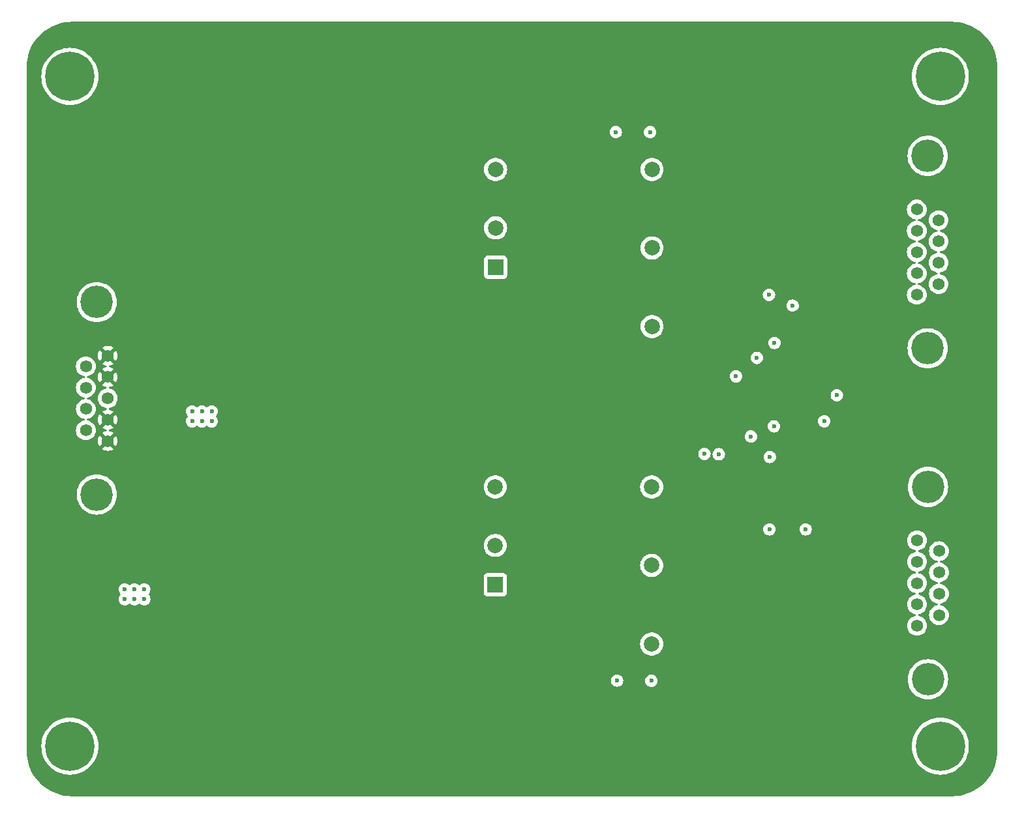
<source format=gbr>
%TF.GenerationSoftware,KiCad,Pcbnew,8.0.6*%
%TF.CreationDate,2025-02-28T11:45:46-05:00*%
%TF.ProjectId,PM5V_Telemetry_Cold_TPC,504d3556-5f54-4656-9c65-6d657472795f,rev?*%
%TF.SameCoordinates,Original*%
%TF.FileFunction,Copper,L2,Inr*%
%TF.FilePolarity,Positive*%
%FSLAX46Y46*%
G04 Gerber Fmt 4.6, Leading zero omitted, Abs format (unit mm)*
G04 Created by KiCad (PCBNEW 8.0.6) date 2025-02-28 11:45:46*
%MOMM*%
%LPD*%
G01*
G04 APERTURE LIST*
%TA.AperFunction,ComponentPad*%
%ADD10C,6.400000*%
%TD*%
%TA.AperFunction,ComponentPad*%
%ADD11C,1.560000*%
%TD*%
%TA.AperFunction,ComponentPad*%
%ADD12C,4.216000*%
%TD*%
%TA.AperFunction,ComponentPad*%
%ADD13R,2.000000X2.000000*%
%TD*%
%TA.AperFunction,ComponentPad*%
%ADD14C,2.000000*%
%TD*%
%TA.AperFunction,ViaPad*%
%ADD15C,0.600000*%
%TD*%
G04 APERTURE END LIST*
D10*
%TO.N,GNDPWR*%
%TO.C,H3*%
X208000000Y-33000000D03*
%TD*%
%TO.N,GNDPWR*%
%TO.C,H1*%
X95000000Y-33000000D03*
%TD*%
D11*
%TO.N,/V_SEC_RTN*%
%TO.C,J1*%
X99920000Y-69275000D03*
X99920000Y-72045000D03*
%TO.N,unconnected-(J1-Pad3)*%
X99920000Y-74815000D03*
%TO.N,/V_SEC_RTN*%
X99920000Y-77585000D03*
X99920000Y-80355000D03*
%TO.N,/V_SEC_IN*%
X97080000Y-70660000D03*
X97080000Y-73430000D03*
X97080000Y-76200000D03*
X97080000Y-78970000D03*
D12*
%TO.N,GNDPWR*%
X98500000Y-62315000D03*
X98500000Y-87315000D03*
%TD*%
D10*
%TO.N,GNDPWR*%
%TO.C,H2*%
X95000000Y-120000000D03*
%TD*%
D11*
%TO.N,/PM_5V_RTN*%
%TO.C,J2*%
X204940000Y-61360000D03*
X204940000Y-58590000D03*
%TO.N,unconnected-(J2-Pad3)*%
X204940000Y-55820000D03*
%TO.N,/PM_5V_RTN*%
X204940000Y-53050000D03*
X204940000Y-50280000D03*
%TO.N,/M5_OUT*%
X207780000Y-59975000D03*
X207780000Y-57205000D03*
%TO.N,/P5_OUT*%
X207780000Y-54435000D03*
X207780000Y-51665000D03*
D12*
%TO.N,GNDPWR*%
X206360000Y-68320000D03*
X206360000Y-43320000D03*
%TD*%
D10*
%TO.N,GNDPWR*%
%TO.C,H4*%
X208000000Y-120000000D03*
%TD*%
D13*
%TO.N,/Main_Converter1/V_POS*%
%TO.C,U2*%
X150235600Y-99020000D03*
D14*
%TO.N,/Main_Converter1/V_RTN*%
X150235600Y-93920000D03*
%TO.N,/PM_5V_RTN*%
X170535600Y-106720000D03*
%TO.N,/Main_Converter1/trim*%
X170535600Y-96520000D03*
%TO.N,/M5_OUT*%
X170535600Y-86320000D03*
%TO.N,unconnected-(U2-REMOTE-Pad6)*%
X150235600Y-86320000D03*
%TD*%
D13*
%TO.N,/Main_Converter/V_POS*%
%TO.C,U1*%
X150268100Y-57775000D03*
D14*
%TO.N,/Main_Converter/V_RTN*%
X150268100Y-52675000D03*
%TO.N,/P5_OUT*%
X170568100Y-65475000D03*
%TO.N,/Main_Converter/trim*%
X170568100Y-55275000D03*
%TO.N,/PM_5V_RTN*%
X170568100Y-45075000D03*
%TO.N,unconnected-(U1-REMOTE-Pad6)*%
X150268100Y-45075000D03*
%TD*%
D11*
%TO.N,/PM_5V_RTN*%
%TO.C,J3*%
X204980000Y-104350000D03*
X204980000Y-101580000D03*
%TO.N,unconnected-(J3-Pad3)*%
X204980000Y-98810000D03*
%TO.N,/PM_5V_RTN*%
X204980000Y-96040000D03*
X204980000Y-93270000D03*
%TO.N,/M5_OUT*%
X207820000Y-102965000D03*
X207820000Y-100195000D03*
%TO.N,/P5_OUT*%
X207820000Y-97425000D03*
X207820000Y-94655000D03*
D12*
%TO.N,GNDPWR*%
X206400000Y-111310000D03*
X206400000Y-86310000D03*
%TD*%
D15*
%TO.N,/V_SEC_RTN*%
X111506000Y-88646000D03*
X112776000Y-48006000D03*
X111506000Y-46736000D03*
X111506000Y-89916000D03*
X112776000Y-89916000D03*
X114046000Y-46736000D03*
X114046000Y-48006000D03*
X112776000Y-46736000D03*
X114046000Y-88646000D03*
X114046000Y-89916000D03*
X112776000Y-88646000D03*
X111506000Y-48006000D03*
%TO.N,/P5_OUT*%
X194564000Y-74422000D03*
X181474300Y-71950000D03*
%TO.N,/PM_5V_RTN*%
X179238100Y-82080000D03*
X185868900Y-82427600D03*
X186468100Y-67620000D03*
X192928100Y-77790000D03*
X184188100Y-69560000D03*
X170318100Y-40230000D03*
X170483000Y-111506000D03*
X183418100Y-79770000D03*
%TO.N,GNDPWR*%
X165868100Y-40220000D03*
X166035500Y-111481000D03*
%TO.N,/M5_OUT*%
X186401900Y-78450000D03*
X177378100Y-82030000D03*
%TO.N,Net-(D1-Pad2)*%
X185758100Y-61370000D03*
%TO.N,Net-(D1-Pad1)*%
X188828100Y-62770000D03*
%TO.N,Net-(D2-Pad1)*%
X185818100Y-91830000D03*
%TO.N,Net-(D2-Pad2)*%
X190508100Y-91840000D03*
%TO.N,/V_SEC_IN*%
X110870000Y-76520000D03*
X104660000Y-100910000D03*
X103390000Y-100910000D03*
X103390000Y-99640000D03*
X110870000Y-77790000D03*
X102120000Y-99640000D03*
X113410000Y-77790000D03*
X104660000Y-99640000D03*
X112140000Y-77790000D03*
X113410000Y-76520000D03*
X102120000Y-100910000D03*
X112140000Y-76520000D03*
%TD*%
%TA.AperFunction,Conductor*%
%TO.N,/V_SEC_RTN*%
G36*
X209552443Y-25900596D02*
G01*
X210004096Y-25918341D01*
X210013766Y-25919102D01*
X210460230Y-25971945D01*
X210469835Y-25973466D01*
X210910763Y-26061172D01*
X210920223Y-26063443D01*
X211352897Y-26185470D01*
X211362157Y-26188478D01*
X211783937Y-26344081D01*
X211792933Y-26347807D01*
X212201203Y-26536022D01*
X212209866Y-26540437D01*
X212602108Y-26760104D01*
X212610410Y-26765191D01*
X212984199Y-27014948D01*
X212992073Y-27020668D01*
X213345128Y-27298995D01*
X213352519Y-27305308D01*
X213682649Y-27610477D01*
X213689528Y-27617356D01*
X213994686Y-27947474D01*
X214001009Y-27954877D01*
X214279328Y-28307923D01*
X214285051Y-28315800D01*
X214534808Y-28689589D01*
X214539895Y-28697891D01*
X214759562Y-29090133D01*
X214763983Y-29098808D01*
X214952192Y-29507067D01*
X214955918Y-29516062D01*
X215111521Y-29937842D01*
X215114529Y-29947102D01*
X215236555Y-30379772D01*
X215238828Y-30389240D01*
X215326532Y-30830159D01*
X215328055Y-30839775D01*
X215380895Y-31286214D01*
X215381659Y-31295921D01*
X215399404Y-31747556D01*
X215399500Y-31752424D01*
X215399500Y-120647575D01*
X215399404Y-120652443D01*
X215381659Y-121104078D01*
X215380895Y-121113785D01*
X215328055Y-121560224D01*
X215326532Y-121569840D01*
X215238828Y-122010759D01*
X215236555Y-122020227D01*
X215114529Y-122452897D01*
X215111521Y-122462157D01*
X214955918Y-122883937D01*
X214952192Y-122892932D01*
X214763983Y-123301191D01*
X214759562Y-123309866D01*
X214539895Y-123702108D01*
X214534808Y-123710410D01*
X214285051Y-124084199D01*
X214279328Y-124092076D01*
X214001009Y-124445122D01*
X213994686Y-124452525D01*
X213689528Y-124782643D01*
X213682643Y-124789528D01*
X213352525Y-125094686D01*
X213345122Y-125101009D01*
X212992076Y-125379328D01*
X212984199Y-125385051D01*
X212610410Y-125634808D01*
X212602108Y-125639895D01*
X212209866Y-125859562D01*
X212201191Y-125863983D01*
X211792932Y-126052192D01*
X211783937Y-126055918D01*
X211362157Y-126211521D01*
X211352897Y-126214529D01*
X210920227Y-126336555D01*
X210910759Y-126338828D01*
X210469840Y-126426532D01*
X210460224Y-126428055D01*
X210013785Y-126480895D01*
X210004078Y-126481659D01*
X209552443Y-126499404D01*
X209547575Y-126499500D01*
X95252425Y-126499500D01*
X95247557Y-126499404D01*
X94795921Y-126481659D01*
X94786214Y-126480895D01*
X94339775Y-126428055D01*
X94330159Y-126426532D01*
X93889240Y-126338828D01*
X93879772Y-126336555D01*
X93447102Y-126214529D01*
X93437842Y-126211521D01*
X93016062Y-126055918D01*
X93007067Y-126052192D01*
X92598808Y-125863983D01*
X92590133Y-125859562D01*
X92197891Y-125639895D01*
X92189589Y-125634808D01*
X91815800Y-125385051D01*
X91807923Y-125379328D01*
X91454877Y-125101009D01*
X91447474Y-125094686D01*
X91117350Y-124789522D01*
X91110477Y-124782649D01*
X90805308Y-124452519D01*
X90798990Y-124445122D01*
X90520671Y-124092076D01*
X90514948Y-124084199D01*
X90265191Y-123710410D01*
X90260104Y-123702108D01*
X90040437Y-123309866D01*
X90036022Y-123301203D01*
X89847807Y-122892932D01*
X89844081Y-122883937D01*
X89688478Y-122462157D01*
X89685470Y-122452897D01*
X89655111Y-122345253D01*
X89563443Y-122020223D01*
X89561171Y-122010759D01*
X89473466Y-121569835D01*
X89471944Y-121560224D01*
X89465668Y-121507197D01*
X89419102Y-121113766D01*
X89418341Y-121104096D01*
X89400596Y-120652443D01*
X89400500Y-120647575D01*
X89400500Y-119999999D01*
X91294422Y-119999999D01*
X91294422Y-120000000D01*
X91314722Y-120387339D01*
X91375397Y-120770427D01*
X91375397Y-120770429D01*
X91475788Y-121145094D01*
X91614787Y-121507197D01*
X91790877Y-121852793D01*
X92002122Y-122178082D01*
X92002124Y-122178084D01*
X92246219Y-122479516D01*
X92520484Y-122753781D01*
X92520488Y-122753784D01*
X92821917Y-122997877D01*
X93147206Y-123209122D01*
X93147211Y-123209125D01*
X93492806Y-123385214D01*
X93854913Y-123524214D01*
X94229567Y-123624602D01*
X94612662Y-123685278D01*
X94978576Y-123704455D01*
X94999999Y-123705578D01*
X95000000Y-123705578D01*
X95000001Y-123705578D01*
X95020301Y-123704514D01*
X95387338Y-123685278D01*
X95770433Y-123624602D01*
X96145087Y-123524214D01*
X96507194Y-123385214D01*
X96852789Y-123209125D01*
X97178084Y-122997876D01*
X97479516Y-122753781D01*
X97753781Y-122479516D01*
X97997876Y-122178084D01*
X98209125Y-121852789D01*
X98385214Y-121507194D01*
X98524214Y-121145087D01*
X98624602Y-120770433D01*
X98685278Y-120387338D01*
X98705578Y-120000000D01*
X98705578Y-119999999D01*
X204294422Y-119999999D01*
X204294422Y-120000000D01*
X204314722Y-120387339D01*
X204375397Y-120770427D01*
X204375397Y-120770429D01*
X204475788Y-121145094D01*
X204614787Y-121507197D01*
X204790877Y-121852793D01*
X205002122Y-122178082D01*
X205002124Y-122178084D01*
X205246219Y-122479516D01*
X205520484Y-122753781D01*
X205520488Y-122753784D01*
X205821917Y-122997877D01*
X206147206Y-123209122D01*
X206147211Y-123209125D01*
X206492806Y-123385214D01*
X206854913Y-123524214D01*
X207229567Y-123624602D01*
X207612662Y-123685278D01*
X207978576Y-123704455D01*
X207999999Y-123705578D01*
X208000000Y-123705578D01*
X208000001Y-123705578D01*
X208020301Y-123704514D01*
X208387338Y-123685278D01*
X208770433Y-123624602D01*
X209145087Y-123524214D01*
X209507194Y-123385214D01*
X209852789Y-123209125D01*
X210178084Y-122997876D01*
X210479516Y-122753781D01*
X210753781Y-122479516D01*
X210997876Y-122178084D01*
X211209125Y-121852789D01*
X211385214Y-121507194D01*
X211524214Y-121145087D01*
X211624602Y-120770433D01*
X211685278Y-120387338D01*
X211705578Y-120000000D01*
X211685278Y-119612662D01*
X211624602Y-119229567D01*
X211524214Y-118854913D01*
X211385214Y-118492806D01*
X211209125Y-118147211D01*
X210997876Y-117821916D01*
X210753781Y-117520484D01*
X210479516Y-117246219D01*
X210178084Y-117002124D01*
X210178082Y-117002122D01*
X209852793Y-116790877D01*
X209507197Y-116614787D01*
X209145094Y-116475788D01*
X209145087Y-116475786D01*
X208770433Y-116375398D01*
X208770429Y-116375397D01*
X208770428Y-116375397D01*
X208387339Y-116314722D01*
X208000001Y-116294422D01*
X207999999Y-116294422D01*
X207612660Y-116314722D01*
X207229572Y-116375397D01*
X207229570Y-116375397D01*
X206854905Y-116475788D01*
X206492802Y-116614787D01*
X206147206Y-116790877D01*
X205821917Y-117002122D01*
X205520488Y-117246215D01*
X205520480Y-117246222D01*
X205246222Y-117520480D01*
X205246215Y-117520488D01*
X205002122Y-117821917D01*
X204790877Y-118147206D01*
X204614787Y-118492802D01*
X204475788Y-118854905D01*
X204375397Y-119229570D01*
X204375397Y-119229572D01*
X204314722Y-119612660D01*
X204294422Y-119999999D01*
X98705578Y-119999999D01*
X98685278Y-119612662D01*
X98624602Y-119229567D01*
X98524214Y-118854913D01*
X98385214Y-118492806D01*
X98209125Y-118147211D01*
X97997876Y-117821916D01*
X97753781Y-117520484D01*
X97479516Y-117246219D01*
X97178084Y-117002124D01*
X97178082Y-117002122D01*
X96852793Y-116790877D01*
X96507197Y-116614787D01*
X96145094Y-116475788D01*
X96145087Y-116475786D01*
X95770433Y-116375398D01*
X95770429Y-116375397D01*
X95770428Y-116375397D01*
X95387339Y-116314722D01*
X95000001Y-116294422D01*
X94999999Y-116294422D01*
X94612660Y-116314722D01*
X94229572Y-116375397D01*
X94229570Y-116375397D01*
X93854905Y-116475788D01*
X93492802Y-116614787D01*
X93147206Y-116790877D01*
X92821917Y-117002122D01*
X92520488Y-117246215D01*
X92520480Y-117246222D01*
X92246222Y-117520480D01*
X92246215Y-117520488D01*
X92002122Y-117821917D01*
X91790877Y-118147206D01*
X91614787Y-118492802D01*
X91475788Y-118854905D01*
X91375397Y-119229570D01*
X91375397Y-119229572D01*
X91314722Y-119612660D01*
X91294422Y-119999999D01*
X89400500Y-119999999D01*
X89400500Y-111480996D01*
X165229935Y-111480996D01*
X165229935Y-111481003D01*
X165250130Y-111660249D01*
X165250131Y-111660254D01*
X165309711Y-111830523D01*
X165325420Y-111855523D01*
X165405684Y-111983262D01*
X165533238Y-112110816D01*
X165685978Y-112206789D01*
X165757424Y-112231789D01*
X165856245Y-112266368D01*
X165856250Y-112266369D01*
X166035496Y-112286565D01*
X166035500Y-112286565D01*
X166035504Y-112286565D01*
X166214749Y-112266369D01*
X166214752Y-112266368D01*
X166214755Y-112266368D01*
X166385022Y-112206789D01*
X166537762Y-112110816D01*
X166665316Y-111983262D01*
X166761289Y-111830522D01*
X166820868Y-111660255D01*
X166824841Y-111624995D01*
X166838249Y-111505996D01*
X169677435Y-111505996D01*
X169677435Y-111506003D01*
X169697630Y-111685249D01*
X169697631Y-111685254D01*
X169757211Y-111855523D01*
X169807399Y-111935396D01*
X169853184Y-112008262D01*
X169980738Y-112135816D01*
X170133478Y-112231789D01*
X170232299Y-112266368D01*
X170303745Y-112291368D01*
X170303750Y-112291369D01*
X170482996Y-112311565D01*
X170483000Y-112311565D01*
X170483004Y-112311565D01*
X170662249Y-112291369D01*
X170662252Y-112291368D01*
X170662255Y-112291368D01*
X170832522Y-112231789D01*
X170985262Y-112135816D01*
X171112816Y-112008262D01*
X171208789Y-111855522D01*
X171268368Y-111685255D01*
X171271185Y-111660254D01*
X171288565Y-111506003D01*
X171288565Y-111505996D01*
X171268369Y-111326750D01*
X171268368Y-111326745D01*
X171262509Y-111310000D01*
X203786732Y-111310000D01*
X203805785Y-111624989D01*
X203805785Y-111624994D01*
X203805786Y-111624995D01*
X203862669Y-111935396D01*
X203862670Y-111935400D01*
X203862671Y-111935404D01*
X203956545Y-112236659D01*
X203956549Y-112236670D01*
X203956550Y-112236673D01*
X203956552Y-112236678D01*
X203990256Y-112311565D01*
X204086066Y-112524446D01*
X204249326Y-112794510D01*
X204443943Y-113042920D01*
X204667079Y-113266056D01*
X204915489Y-113460673D01*
X204915492Y-113460675D01*
X204915495Y-113460677D01*
X205185554Y-113623934D01*
X205473322Y-113753448D01*
X205473332Y-113753451D01*
X205473340Y-113753454D01*
X205674176Y-113816036D01*
X205774604Y-113847331D01*
X206085005Y-113904214D01*
X206400000Y-113923268D01*
X206714995Y-113904214D01*
X207025396Y-113847331D01*
X207326678Y-113753448D01*
X207614446Y-113623934D01*
X207884505Y-113460677D01*
X208132917Y-113266059D01*
X208356059Y-113042917D01*
X208550677Y-112794505D01*
X208713934Y-112524446D01*
X208843448Y-112236678D01*
X208844972Y-112231789D01*
X208922415Y-111983262D01*
X208937331Y-111935396D01*
X208994214Y-111624995D01*
X209013268Y-111310000D01*
X208994214Y-110995005D01*
X208937331Y-110684604D01*
X208843448Y-110383322D01*
X208713934Y-110095554D01*
X208550677Y-109825495D01*
X208550675Y-109825492D01*
X208550673Y-109825489D01*
X208356056Y-109577079D01*
X208132920Y-109353943D01*
X207884510Y-109159326D01*
X207614446Y-108996066D01*
X207326678Y-108866552D01*
X207326673Y-108866550D01*
X207326670Y-108866549D01*
X207326659Y-108866545D01*
X207025404Y-108772671D01*
X207025400Y-108772670D01*
X207025396Y-108772669D01*
X206714995Y-108715786D01*
X206714994Y-108715785D01*
X206714989Y-108715785D01*
X206400000Y-108696732D01*
X206085010Y-108715785D01*
X206085005Y-108715786D01*
X205774604Y-108772669D01*
X205774601Y-108772669D01*
X205774595Y-108772671D01*
X205473340Y-108866545D01*
X205473329Y-108866549D01*
X205185553Y-108996066D01*
X204915489Y-109159326D01*
X204667079Y-109353943D01*
X204443943Y-109577079D01*
X204249326Y-109825489D01*
X204086066Y-110095553D01*
X203956549Y-110383329D01*
X203956545Y-110383340D01*
X203862671Y-110684595D01*
X203862669Y-110684601D01*
X203862669Y-110684604D01*
X203832142Y-110851184D01*
X203805785Y-110995010D01*
X203786732Y-111310000D01*
X171262509Y-111310000D01*
X171208788Y-111156476D01*
X171112815Y-111003737D01*
X170985262Y-110876184D01*
X170832523Y-110780211D01*
X170662254Y-110720631D01*
X170662249Y-110720630D01*
X170483004Y-110700435D01*
X170482996Y-110700435D01*
X170303750Y-110720630D01*
X170303745Y-110720631D01*
X170133476Y-110780211D01*
X169980737Y-110876184D01*
X169853184Y-111003737D01*
X169757211Y-111156476D01*
X169697631Y-111326745D01*
X169697630Y-111326750D01*
X169677435Y-111505996D01*
X166838249Y-111505996D01*
X166841065Y-111481003D01*
X166841065Y-111480996D01*
X166820869Y-111301750D01*
X166820868Y-111301745D01*
X166761288Y-111131476D01*
X166722082Y-111069080D01*
X166665316Y-110978738D01*
X166537762Y-110851184D01*
X166385023Y-110755211D01*
X166214754Y-110695631D01*
X166214749Y-110695630D01*
X166035504Y-110675435D01*
X166035496Y-110675435D01*
X165856250Y-110695630D01*
X165856245Y-110695631D01*
X165685976Y-110755211D01*
X165533237Y-110851184D01*
X165405684Y-110978737D01*
X165309711Y-111131476D01*
X165250131Y-111301745D01*
X165250130Y-111301750D01*
X165229935Y-111480996D01*
X89400500Y-111480996D01*
X89400500Y-106719994D01*
X169029957Y-106719994D01*
X169029957Y-106720005D01*
X169050490Y-106967812D01*
X169050492Y-106967824D01*
X169111536Y-107208881D01*
X169211426Y-107436606D01*
X169347433Y-107644782D01*
X169347436Y-107644785D01*
X169515856Y-107827738D01*
X169712091Y-107980474D01*
X169930790Y-108098828D01*
X170165986Y-108179571D01*
X170411265Y-108220500D01*
X170659935Y-108220500D01*
X170905214Y-108179571D01*
X171140410Y-108098828D01*
X171359109Y-107980474D01*
X171555344Y-107827738D01*
X171723764Y-107644785D01*
X171859773Y-107436607D01*
X171959663Y-107208881D01*
X172020708Y-106967821D01*
X172041243Y-106720000D01*
X172020708Y-106472179D01*
X171959663Y-106231119D01*
X171859773Y-106003393D01*
X171723766Y-105795217D01*
X171702157Y-105771744D01*
X171555344Y-105612262D01*
X171359109Y-105459526D01*
X171359107Y-105459525D01*
X171359106Y-105459524D01*
X171140411Y-105341172D01*
X171140402Y-105341169D01*
X170905216Y-105260429D01*
X170659935Y-105219500D01*
X170411265Y-105219500D01*
X170165983Y-105260429D01*
X169930797Y-105341169D01*
X169930788Y-105341172D01*
X169712093Y-105459524D01*
X169515857Y-105612261D01*
X169347433Y-105795217D01*
X169211426Y-106003393D01*
X169111536Y-106231118D01*
X169050492Y-106472175D01*
X169050490Y-106472187D01*
X169029957Y-106719994D01*
X89400500Y-106719994D01*
X89400500Y-99639996D01*
X101314435Y-99639996D01*
X101314435Y-99640003D01*
X101334630Y-99819249D01*
X101334631Y-99819254D01*
X101394211Y-99989523D01*
X101490184Y-100142262D01*
X101490185Y-100142263D01*
X101535241Y-100187320D01*
X101568725Y-100248643D01*
X101563740Y-100318335D01*
X101535241Y-100362680D01*
X101490184Y-100407737D01*
X101394211Y-100560476D01*
X101334631Y-100730745D01*
X101334630Y-100730750D01*
X101314435Y-100909996D01*
X101314435Y-100910003D01*
X101334630Y-101089249D01*
X101334631Y-101089254D01*
X101394211Y-101259523D01*
X101455329Y-101356791D01*
X101490184Y-101412262D01*
X101617738Y-101539816D01*
X101681692Y-101580001D01*
X101759375Y-101628813D01*
X101770478Y-101635789D01*
X101904516Y-101682691D01*
X101940745Y-101695368D01*
X101940750Y-101695369D01*
X102119996Y-101715565D01*
X102120000Y-101715565D01*
X102120004Y-101715565D01*
X102299249Y-101695369D01*
X102299252Y-101695368D01*
X102299255Y-101695368D01*
X102469522Y-101635789D01*
X102622262Y-101539816D01*
X102667319Y-101494759D01*
X102728642Y-101461274D01*
X102798334Y-101466258D01*
X102842681Y-101494759D01*
X102887738Y-101539816D01*
X102951692Y-101580001D01*
X103029375Y-101628813D01*
X103040478Y-101635789D01*
X103174516Y-101682691D01*
X103210745Y-101695368D01*
X103210750Y-101695369D01*
X103389996Y-101715565D01*
X103390000Y-101715565D01*
X103390004Y-101715565D01*
X103569249Y-101695369D01*
X103569252Y-101695368D01*
X103569255Y-101695368D01*
X103739522Y-101635789D01*
X103892262Y-101539816D01*
X103937319Y-101494759D01*
X103998642Y-101461274D01*
X104068334Y-101466258D01*
X104112681Y-101494759D01*
X104157738Y-101539816D01*
X104221692Y-101580001D01*
X104299375Y-101628813D01*
X104310478Y-101635789D01*
X104444516Y-101682691D01*
X104480745Y-101695368D01*
X104480750Y-101695369D01*
X104659996Y-101715565D01*
X104660000Y-101715565D01*
X104660004Y-101715565D01*
X104839249Y-101695369D01*
X104839252Y-101695368D01*
X104839255Y-101695368D01*
X105009522Y-101635789D01*
X105162262Y-101539816D01*
X105289816Y-101412262D01*
X105385789Y-101259522D01*
X105445368Y-101089255D01*
X105453033Y-101021228D01*
X105465565Y-100910003D01*
X105465565Y-100909996D01*
X105445369Y-100730750D01*
X105445368Y-100730745D01*
X105411734Y-100634625D01*
X105385789Y-100560478D01*
X105289816Y-100407738D01*
X105244758Y-100362680D01*
X105211274Y-100301358D01*
X105216258Y-100231666D01*
X105244759Y-100187319D01*
X105257641Y-100174437D01*
X105289816Y-100142262D01*
X105385789Y-99989522D01*
X105445368Y-99819255D01*
X105448138Y-99794670D01*
X105465565Y-99640003D01*
X105465565Y-99639996D01*
X105445369Y-99460750D01*
X105445368Y-99460745D01*
X105413184Y-99368768D01*
X105385789Y-99290478D01*
X105360122Y-99249630D01*
X105335431Y-99210334D01*
X105289816Y-99137738D01*
X105162262Y-99010184D01*
X105125569Y-98987128D01*
X105009523Y-98914211D01*
X104839254Y-98854631D01*
X104839249Y-98854630D01*
X104660004Y-98834435D01*
X104659996Y-98834435D01*
X104480750Y-98854630D01*
X104480745Y-98854631D01*
X104310476Y-98914211D01*
X104157737Y-99010184D01*
X104112680Y-99055241D01*
X104051357Y-99088725D01*
X103981665Y-99083740D01*
X103937320Y-99055241D01*
X103892263Y-99010185D01*
X103892262Y-99010184D01*
X103739523Y-98914211D01*
X103569254Y-98854631D01*
X103569249Y-98854630D01*
X103390004Y-98834435D01*
X103389996Y-98834435D01*
X103210750Y-98854630D01*
X103210745Y-98854631D01*
X103040476Y-98914211D01*
X102887737Y-99010184D01*
X102842680Y-99055241D01*
X102781357Y-99088725D01*
X102711665Y-99083740D01*
X102667320Y-99055241D01*
X102622263Y-99010185D01*
X102622262Y-99010184D01*
X102469523Y-98914211D01*
X102299254Y-98854631D01*
X102299249Y-98854630D01*
X102120004Y-98834435D01*
X102119996Y-98834435D01*
X101940750Y-98854630D01*
X101940745Y-98854631D01*
X101770476Y-98914211D01*
X101617737Y-99010184D01*
X101490184Y-99137737D01*
X101394211Y-99290476D01*
X101334631Y-99460745D01*
X101334630Y-99460750D01*
X101314435Y-99639996D01*
X89400500Y-99639996D01*
X89400500Y-97972135D01*
X148735100Y-97972135D01*
X148735100Y-100067870D01*
X148735101Y-100067876D01*
X148741508Y-100127483D01*
X148791802Y-100262328D01*
X148791806Y-100262335D01*
X148878052Y-100377544D01*
X148878055Y-100377547D01*
X148993264Y-100463793D01*
X148993271Y-100463797D01*
X149128117Y-100514091D01*
X149128116Y-100514091D01*
X149135044Y-100514835D01*
X149187727Y-100520500D01*
X151283472Y-100520499D01*
X151343083Y-100514091D01*
X151477931Y-100463796D01*
X151593146Y-100377546D01*
X151679396Y-100262331D01*
X151729691Y-100127483D01*
X151736100Y-100067873D01*
X151736099Y-97972128D01*
X151729691Y-97912517D01*
X151724585Y-97898828D01*
X151679397Y-97777671D01*
X151679393Y-97777664D01*
X151593147Y-97662455D01*
X151593144Y-97662452D01*
X151477935Y-97576206D01*
X151477928Y-97576202D01*
X151343082Y-97525908D01*
X151343083Y-97525908D01*
X151283483Y-97519501D01*
X151283481Y-97519500D01*
X151283473Y-97519500D01*
X151283464Y-97519500D01*
X149187729Y-97519500D01*
X149187723Y-97519501D01*
X149128116Y-97525908D01*
X148993271Y-97576202D01*
X148993264Y-97576206D01*
X148878055Y-97662452D01*
X148878052Y-97662455D01*
X148791806Y-97777664D01*
X148791802Y-97777671D01*
X148741508Y-97912517D01*
X148735101Y-97972116D01*
X148735101Y-97972123D01*
X148735100Y-97972135D01*
X89400500Y-97972135D01*
X89400500Y-96519994D01*
X169029957Y-96519994D01*
X169029957Y-96520005D01*
X169050490Y-96767812D01*
X169050492Y-96767824D01*
X169111536Y-97008881D01*
X169211426Y-97236606D01*
X169347433Y-97444782D01*
X169347436Y-97444785D01*
X169515856Y-97627738D01*
X169712091Y-97780474D01*
X169930790Y-97898828D01*
X170165986Y-97979571D01*
X170411265Y-98020500D01*
X170659935Y-98020500D01*
X170905214Y-97979571D01*
X171140410Y-97898828D01*
X171359109Y-97780474D01*
X171555344Y-97627738D01*
X171723764Y-97444785D01*
X171859773Y-97236607D01*
X171959663Y-97008881D01*
X172020708Y-96767821D01*
X172020709Y-96767812D01*
X172041243Y-96520005D01*
X172041243Y-96519994D01*
X172020709Y-96272187D01*
X172020707Y-96272175D01*
X171959663Y-96031118D01*
X171859773Y-95803393D01*
X171723766Y-95595217D01*
X171618836Y-95481233D01*
X171555344Y-95412262D01*
X171359109Y-95259526D01*
X171359107Y-95259525D01*
X171359106Y-95259524D01*
X171140411Y-95141172D01*
X171140402Y-95141169D01*
X170905216Y-95060429D01*
X170659935Y-95019500D01*
X170411265Y-95019500D01*
X170165983Y-95060429D01*
X169930797Y-95141169D01*
X169930788Y-95141172D01*
X169712093Y-95259524D01*
X169515857Y-95412261D01*
X169347433Y-95595217D01*
X169211426Y-95803393D01*
X169111536Y-96031118D01*
X169050492Y-96272175D01*
X169050490Y-96272187D01*
X169029957Y-96519994D01*
X89400500Y-96519994D01*
X89400500Y-93919994D01*
X148729957Y-93919994D01*
X148729957Y-93920005D01*
X148750490Y-94167812D01*
X148750492Y-94167824D01*
X148811536Y-94408881D01*
X148911426Y-94636606D01*
X149047433Y-94844782D01*
X149047436Y-94844785D01*
X149215856Y-95027738D01*
X149412091Y-95180474D01*
X149412093Y-95180475D01*
X149628705Y-95297700D01*
X149630790Y-95298828D01*
X149865986Y-95379571D01*
X150111265Y-95420500D01*
X150359935Y-95420500D01*
X150605214Y-95379571D01*
X150840410Y-95298828D01*
X151059109Y-95180474D01*
X151255344Y-95027738D01*
X151423764Y-94844785D01*
X151559773Y-94636607D01*
X151659663Y-94408881D01*
X151720708Y-94167821D01*
X151726640Y-94096233D01*
X151741243Y-93920005D01*
X151741243Y-93919994D01*
X151720709Y-93672187D01*
X151720707Y-93672175D01*
X151659663Y-93431118D01*
X151588989Y-93269998D01*
X203694609Y-93269998D01*
X203694609Y-93270001D01*
X203714136Y-93493200D01*
X203714137Y-93493208D01*
X203772126Y-93709625D01*
X203772127Y-93709627D01*
X203772128Y-93709630D01*
X203827683Y-93828768D01*
X203866819Y-93912696D01*
X203866821Y-93912700D01*
X203995329Y-94096228D01*
X203995334Y-94096234D01*
X204153765Y-94254665D01*
X204153771Y-94254670D01*
X204337299Y-94383178D01*
X204337301Y-94383179D01*
X204337304Y-94383181D01*
X204540370Y-94477872D01*
X204754414Y-94535225D01*
X204814074Y-94571590D01*
X204844603Y-94634437D01*
X204836308Y-94703813D01*
X204791823Y-94757691D01*
X204754415Y-94774774D01*
X204705230Y-94787953D01*
X204540374Y-94832126D01*
X204540368Y-94832129D01*
X204337306Y-94926818D01*
X204337304Y-94926819D01*
X204153764Y-95055334D01*
X203995334Y-95213764D01*
X203866819Y-95397304D01*
X203866818Y-95397306D01*
X203772129Y-95600368D01*
X203772126Y-95600374D01*
X203714137Y-95816791D01*
X203714136Y-95816799D01*
X203694609Y-96039998D01*
X203694609Y-96040001D01*
X203714136Y-96263200D01*
X203714137Y-96263208D01*
X203772126Y-96479625D01*
X203772127Y-96479627D01*
X203772128Y-96479630D01*
X203827683Y-96598768D01*
X203866819Y-96682696D01*
X203866821Y-96682700D01*
X203995329Y-96866228D01*
X203995334Y-96866234D01*
X204153765Y-97024665D01*
X204153771Y-97024670D01*
X204337299Y-97153178D01*
X204337301Y-97153179D01*
X204337304Y-97153181D01*
X204540370Y-97247872D01*
X204754414Y-97305225D01*
X204814074Y-97341590D01*
X204844603Y-97404437D01*
X204836308Y-97473813D01*
X204791823Y-97527691D01*
X204754415Y-97544774D01*
X204705230Y-97557953D01*
X204540374Y-97602126D01*
X204540368Y-97602129D01*
X204337306Y-97696818D01*
X204337304Y-97696819D01*
X204153764Y-97825334D01*
X203995334Y-97983764D01*
X203866819Y-98167304D01*
X203866818Y-98167306D01*
X203772129Y-98370368D01*
X203772126Y-98370374D01*
X203714137Y-98586791D01*
X203714136Y-98586799D01*
X203694609Y-98809998D01*
X203694609Y-98810001D01*
X203714136Y-99033200D01*
X203714137Y-99033208D01*
X203772126Y-99249625D01*
X203772127Y-99249627D01*
X203772128Y-99249630D01*
X203827683Y-99368768D01*
X203866819Y-99452696D01*
X203866821Y-99452700D01*
X203995329Y-99636228D01*
X203995334Y-99636234D01*
X204153765Y-99794665D01*
X204153771Y-99794670D01*
X204337299Y-99923178D01*
X204337301Y-99923179D01*
X204337304Y-99923181D01*
X204540370Y-100017872D01*
X204754414Y-100075225D01*
X204814074Y-100111590D01*
X204844603Y-100174437D01*
X204836308Y-100243813D01*
X204791823Y-100297691D01*
X204754415Y-100314774D01*
X204705230Y-100327953D01*
X204540374Y-100372126D01*
X204540368Y-100372129D01*
X204337306Y-100466818D01*
X204337304Y-100466819D01*
X204153764Y-100595334D01*
X203995334Y-100753764D01*
X203866819Y-100937304D01*
X203866818Y-100937306D01*
X203772129Y-101140368D01*
X203772126Y-101140374D01*
X203714137Y-101356791D01*
X203714136Y-101356799D01*
X203694609Y-101579998D01*
X203694609Y-101580001D01*
X203714136Y-101803200D01*
X203714137Y-101803208D01*
X203772126Y-102019625D01*
X203772127Y-102019627D01*
X203772128Y-102019630D01*
X203827683Y-102138768D01*
X203866819Y-102222696D01*
X203866821Y-102222700D01*
X203995329Y-102406228D01*
X203995334Y-102406234D01*
X204153765Y-102564665D01*
X204153771Y-102564670D01*
X204337299Y-102693178D01*
X204337301Y-102693179D01*
X204337304Y-102693181D01*
X204540370Y-102787872D01*
X204754414Y-102845225D01*
X204814074Y-102881590D01*
X204844603Y-102944437D01*
X204836308Y-103013813D01*
X204791823Y-103067691D01*
X204754415Y-103084774D01*
X204705230Y-103097953D01*
X204540374Y-103142126D01*
X204540368Y-103142129D01*
X204337306Y-103236818D01*
X204337304Y-103236819D01*
X204153764Y-103365334D01*
X203995334Y-103523764D01*
X203866819Y-103707304D01*
X203866818Y-103707306D01*
X203772129Y-103910368D01*
X203772126Y-103910374D01*
X203714137Y-104126791D01*
X203714136Y-104126799D01*
X203694609Y-104349998D01*
X203694609Y-104350001D01*
X203714136Y-104573200D01*
X203714137Y-104573208D01*
X203772126Y-104789625D01*
X203772127Y-104789627D01*
X203772128Y-104789630D01*
X203866819Y-104992696D01*
X203866821Y-104992700D01*
X203995329Y-105176228D01*
X203995334Y-105176234D01*
X204153765Y-105334665D01*
X204153771Y-105334670D01*
X204337299Y-105463178D01*
X204337301Y-105463179D01*
X204337304Y-105463181D01*
X204540370Y-105557872D01*
X204756794Y-105615863D01*
X204916226Y-105629811D01*
X204979998Y-105635391D01*
X204980000Y-105635391D01*
X204980002Y-105635391D01*
X205035801Y-105630509D01*
X205203206Y-105615863D01*
X205419630Y-105557872D01*
X205622696Y-105463181D01*
X205806233Y-105334667D01*
X205964667Y-105176233D01*
X206093181Y-104992696D01*
X206187872Y-104789630D01*
X206245863Y-104573206D01*
X206265391Y-104350000D01*
X206245863Y-104126794D01*
X206187872Y-103910370D01*
X206093181Y-103707305D01*
X205964667Y-103523767D01*
X205806233Y-103365333D01*
X205806229Y-103365330D01*
X205806228Y-103365329D01*
X205622700Y-103236821D01*
X205622696Y-103236819D01*
X205518449Y-103188208D01*
X205419630Y-103142128D01*
X205419626Y-103142127D01*
X205419622Y-103142125D01*
X205257884Y-103098788D01*
X205205585Y-103084774D01*
X205145925Y-103048410D01*
X205115396Y-102985563D01*
X205123691Y-102916188D01*
X205168176Y-102862310D01*
X205205584Y-102845225D01*
X205419630Y-102787872D01*
X205622696Y-102693181D01*
X205806233Y-102564667D01*
X205964667Y-102406233D01*
X206093181Y-102222696D01*
X206187872Y-102019630D01*
X206245863Y-101803206D01*
X206265391Y-101580000D01*
X206245863Y-101356794D01*
X206187872Y-101140370D01*
X206093181Y-100937305D01*
X205964667Y-100753767D01*
X205806233Y-100595333D01*
X205806229Y-100595330D01*
X205806228Y-100595329D01*
X205622700Y-100466821D01*
X205622696Y-100466819D01*
X205518449Y-100418208D01*
X205419630Y-100372128D01*
X205419626Y-100372127D01*
X205419622Y-100372125D01*
X205257884Y-100328788D01*
X205205585Y-100314774D01*
X205145925Y-100278410D01*
X205115396Y-100215563D01*
X205123691Y-100146188D01*
X205168176Y-100092310D01*
X205205584Y-100075225D01*
X205419630Y-100017872D01*
X205622696Y-99923181D01*
X205806233Y-99794667D01*
X205964667Y-99636233D01*
X206093181Y-99452696D01*
X206187872Y-99249630D01*
X206245863Y-99033206D01*
X206265391Y-98810000D01*
X206245863Y-98586794D01*
X206187872Y-98370370D01*
X206093181Y-98167305D01*
X205964667Y-97983767D01*
X205806233Y-97825333D01*
X205806229Y-97825330D01*
X205806228Y-97825329D01*
X205622700Y-97696821D01*
X205622696Y-97696819D01*
X205549002Y-97662455D01*
X205419630Y-97602128D01*
X205419626Y-97602127D01*
X205419622Y-97602125D01*
X205257884Y-97558788D01*
X205205585Y-97544774D01*
X205145925Y-97508410D01*
X205115396Y-97445563D01*
X205123691Y-97376188D01*
X205168176Y-97322310D01*
X205205584Y-97305225D01*
X205419630Y-97247872D01*
X205622696Y-97153181D01*
X205806233Y-97024667D01*
X205964667Y-96866233D01*
X206093181Y-96682696D01*
X206187872Y-96479630D01*
X206245863Y-96263206D01*
X206265391Y-96040000D01*
X206245863Y-95816794D01*
X206187872Y-95600370D01*
X206093181Y-95397305D01*
X205964667Y-95213767D01*
X205806233Y-95055333D01*
X205806229Y-95055330D01*
X205806228Y-95055329D01*
X205622700Y-94926821D01*
X205622696Y-94926819D01*
X205518449Y-94878208D01*
X205419630Y-94832128D01*
X205419626Y-94832127D01*
X205419622Y-94832125D01*
X205257884Y-94788788D01*
X205205585Y-94774774D01*
X205145925Y-94738410D01*
X205115396Y-94675563D01*
X205117855Y-94654998D01*
X206534609Y-94654998D01*
X206534609Y-94655001D01*
X206554136Y-94878200D01*
X206554137Y-94878208D01*
X206612126Y-95094625D01*
X206612127Y-95094627D01*
X206612128Y-95094630D01*
X206667683Y-95213768D01*
X206706819Y-95297696D01*
X206706821Y-95297700D01*
X206835329Y-95481228D01*
X206835334Y-95481234D01*
X206993765Y-95639665D01*
X206993771Y-95639670D01*
X207177299Y-95768178D01*
X207177301Y-95768179D01*
X207177304Y-95768181D01*
X207380370Y-95862872D01*
X207594414Y-95920225D01*
X207654074Y-95956590D01*
X207684603Y-96019437D01*
X207676308Y-96088813D01*
X207631823Y-96142691D01*
X207594415Y-96159774D01*
X207545230Y-96172953D01*
X207380374Y-96217126D01*
X207380368Y-96217129D01*
X207177306Y-96311818D01*
X207177304Y-96311819D01*
X206993764Y-96440334D01*
X206835334Y-96598764D01*
X206706819Y-96782304D01*
X206706818Y-96782306D01*
X206612129Y-96985368D01*
X206612126Y-96985374D01*
X206554137Y-97201791D01*
X206554136Y-97201799D01*
X206534609Y-97424998D01*
X206534609Y-97425001D01*
X206554136Y-97648200D01*
X206554137Y-97648208D01*
X206612126Y-97864625D01*
X206612127Y-97864627D01*
X206612128Y-97864630D01*
X206667683Y-97983768D01*
X206706819Y-98067696D01*
X206706821Y-98067700D01*
X206835329Y-98251228D01*
X206835334Y-98251234D01*
X206993765Y-98409665D01*
X206993771Y-98409670D01*
X207177299Y-98538178D01*
X207177301Y-98538179D01*
X207177304Y-98538181D01*
X207380370Y-98632872D01*
X207594414Y-98690225D01*
X207654074Y-98726590D01*
X207684603Y-98789437D01*
X207676308Y-98858813D01*
X207631823Y-98912691D01*
X207594415Y-98929774D01*
X207545230Y-98942953D01*
X207380374Y-98987126D01*
X207380368Y-98987129D01*
X207177306Y-99081818D01*
X207177304Y-99081819D01*
X206993764Y-99210334D01*
X206835334Y-99368764D01*
X206706819Y-99552304D01*
X206706818Y-99552306D01*
X206612129Y-99755368D01*
X206612126Y-99755374D01*
X206554137Y-99971791D01*
X206554136Y-99971799D01*
X206534609Y-100194998D01*
X206534609Y-100195001D01*
X206554136Y-100418200D01*
X206554137Y-100418208D01*
X206612126Y-100634625D01*
X206612127Y-100634627D01*
X206612128Y-100634630D01*
X206667683Y-100753768D01*
X206706819Y-100837696D01*
X206706821Y-100837700D01*
X206835329Y-101021228D01*
X206835334Y-101021234D01*
X206993765Y-101179665D01*
X206993771Y-101179670D01*
X207177299Y-101308178D01*
X207177301Y-101308179D01*
X207177304Y-101308181D01*
X207380370Y-101402872D01*
X207594414Y-101460225D01*
X207654074Y-101496590D01*
X207684603Y-101559437D01*
X207676308Y-101628813D01*
X207631823Y-101682691D01*
X207594415Y-101699774D01*
X207545230Y-101712953D01*
X207380374Y-101757126D01*
X207380368Y-101757129D01*
X207177306Y-101851818D01*
X207177304Y-101851819D01*
X206993764Y-101980334D01*
X206835334Y-102138764D01*
X206706819Y-102322304D01*
X206706818Y-102322306D01*
X206612129Y-102525368D01*
X206612126Y-102525374D01*
X206554137Y-102741791D01*
X206554136Y-102741799D01*
X206534609Y-102964998D01*
X206534609Y-102965001D01*
X206554136Y-103188200D01*
X206554137Y-103188208D01*
X206612126Y-103404625D01*
X206612127Y-103404627D01*
X206612128Y-103404630D01*
X206667683Y-103523768D01*
X206706819Y-103607696D01*
X206706821Y-103607700D01*
X206835329Y-103791228D01*
X206835334Y-103791234D01*
X206993765Y-103949665D01*
X206993771Y-103949670D01*
X207177299Y-104078178D01*
X207177301Y-104078179D01*
X207177304Y-104078181D01*
X207380370Y-104172872D01*
X207596794Y-104230863D01*
X207756226Y-104244811D01*
X207819998Y-104250391D01*
X207820000Y-104250391D01*
X207820002Y-104250391D01*
X207875801Y-104245509D01*
X208043206Y-104230863D01*
X208259630Y-104172872D01*
X208462696Y-104078181D01*
X208646233Y-103949667D01*
X208804667Y-103791233D01*
X208933181Y-103607696D01*
X209027872Y-103404630D01*
X209085863Y-103188206D01*
X209105391Y-102965000D01*
X209085863Y-102741794D01*
X209027872Y-102525370D01*
X208933181Y-102322305D01*
X208804667Y-102138767D01*
X208646233Y-101980333D01*
X208646229Y-101980330D01*
X208646228Y-101980329D01*
X208462700Y-101851821D01*
X208462696Y-101851819D01*
X208358449Y-101803208D01*
X208259630Y-101757128D01*
X208259626Y-101757127D01*
X208259622Y-101757125D01*
X208097884Y-101713788D01*
X208045585Y-101699774D01*
X207985925Y-101663410D01*
X207955396Y-101600563D01*
X207963691Y-101531188D01*
X208008176Y-101477310D01*
X208045584Y-101460225D01*
X208259630Y-101402872D01*
X208462696Y-101308181D01*
X208646233Y-101179667D01*
X208804667Y-101021233D01*
X208933181Y-100837696D01*
X209027872Y-100634630D01*
X209085863Y-100418206D01*
X209105391Y-100195000D01*
X209085863Y-99971794D01*
X209027872Y-99755370D01*
X208933181Y-99552305D01*
X208804667Y-99368767D01*
X208646233Y-99210333D01*
X208646229Y-99210330D01*
X208646228Y-99210329D01*
X208462700Y-99081821D01*
X208462696Y-99081819D01*
X208358449Y-99033208D01*
X208259630Y-98987128D01*
X208259626Y-98987127D01*
X208259622Y-98987125D01*
X208097884Y-98943788D01*
X208045585Y-98929774D01*
X207985925Y-98893410D01*
X207955396Y-98830563D01*
X207963691Y-98761188D01*
X208008176Y-98707310D01*
X208045584Y-98690225D01*
X208259630Y-98632872D01*
X208462696Y-98538181D01*
X208646233Y-98409667D01*
X208804667Y-98251233D01*
X208933181Y-98067696D01*
X209027872Y-97864630D01*
X209085863Y-97648206D01*
X209105391Y-97425000D01*
X209085863Y-97201794D01*
X209027872Y-96985370D01*
X208933181Y-96782305D01*
X208804667Y-96598767D01*
X208646233Y-96440333D01*
X208646229Y-96440330D01*
X208646228Y-96440329D01*
X208462700Y-96311821D01*
X208462696Y-96311819D01*
X208462694Y-96311818D01*
X208259630Y-96217128D01*
X208259626Y-96217127D01*
X208259622Y-96217125D01*
X208097884Y-96173788D01*
X208045585Y-96159774D01*
X207985925Y-96123410D01*
X207955396Y-96060563D01*
X207963691Y-95991188D01*
X208008176Y-95937310D01*
X208045584Y-95920225D01*
X208259630Y-95862872D01*
X208462696Y-95768181D01*
X208646233Y-95639667D01*
X208804667Y-95481233D01*
X208933181Y-95297696D01*
X209027872Y-95094630D01*
X209085863Y-94878206D01*
X209105391Y-94655000D01*
X209085863Y-94431794D01*
X209027872Y-94215370D01*
X208933181Y-94012305D01*
X208804667Y-93828767D01*
X208646233Y-93670333D01*
X208646229Y-93670330D01*
X208646228Y-93670329D01*
X208462700Y-93541821D01*
X208462696Y-93541819D01*
X208358449Y-93493208D01*
X208259630Y-93447128D01*
X208259627Y-93447127D01*
X208259625Y-93447126D01*
X208043208Y-93389137D01*
X208043200Y-93389136D01*
X207820002Y-93369609D01*
X207819998Y-93369609D01*
X207596799Y-93389136D01*
X207596791Y-93389137D01*
X207380374Y-93447126D01*
X207380368Y-93447129D01*
X207177306Y-93541818D01*
X207177304Y-93541819D01*
X206993764Y-93670334D01*
X206835334Y-93828764D01*
X206706819Y-94012304D01*
X206706818Y-94012306D01*
X206612129Y-94215368D01*
X206612126Y-94215374D01*
X206554137Y-94431791D01*
X206554136Y-94431799D01*
X206534609Y-94654998D01*
X205117855Y-94654998D01*
X205123691Y-94606188D01*
X205168176Y-94552310D01*
X205205584Y-94535225D01*
X205419630Y-94477872D01*
X205622696Y-94383181D01*
X205806233Y-94254667D01*
X205964667Y-94096233D01*
X206093181Y-93912696D01*
X206187872Y-93709630D01*
X206245863Y-93493206D01*
X206265391Y-93270000D01*
X206245863Y-93046794D01*
X206187872Y-92830370D01*
X206093181Y-92627305D01*
X205964667Y-92443767D01*
X205806233Y-92285333D01*
X205806229Y-92285330D01*
X205806228Y-92285329D01*
X205622700Y-92156821D01*
X205622696Y-92156819D01*
X205622694Y-92156818D01*
X205419630Y-92062128D01*
X205419627Y-92062127D01*
X205419625Y-92062126D01*
X205203208Y-92004137D01*
X205203200Y-92004136D01*
X204980002Y-91984609D01*
X204979998Y-91984609D01*
X204756799Y-92004136D01*
X204756791Y-92004137D01*
X204540374Y-92062126D01*
X204540368Y-92062129D01*
X204337306Y-92156818D01*
X204337304Y-92156819D01*
X204153764Y-92285334D01*
X203995334Y-92443764D01*
X203866819Y-92627304D01*
X203866818Y-92627306D01*
X203772129Y-92830368D01*
X203772126Y-92830374D01*
X203714137Y-93046791D01*
X203714136Y-93046799D01*
X203694609Y-93269998D01*
X151588989Y-93269998D01*
X151559773Y-93203393D01*
X151423766Y-92995217D01*
X151402157Y-92971744D01*
X151255344Y-92812262D01*
X151059109Y-92659526D01*
X151059107Y-92659525D01*
X151059106Y-92659524D01*
X150840411Y-92541172D01*
X150840402Y-92541169D01*
X150605216Y-92460429D01*
X150359935Y-92419500D01*
X150111265Y-92419500D01*
X149865983Y-92460429D01*
X149630797Y-92541169D01*
X149630788Y-92541172D01*
X149412093Y-92659524D01*
X149215857Y-92812261D01*
X149047433Y-92995217D01*
X148911426Y-93203393D01*
X148811536Y-93431118D01*
X148750492Y-93672175D01*
X148750490Y-93672187D01*
X148729957Y-93919994D01*
X89400500Y-93919994D01*
X89400500Y-91829996D01*
X185012535Y-91829996D01*
X185012535Y-91830003D01*
X185032730Y-92009249D01*
X185032731Y-92009254D01*
X185092311Y-92179523D01*
X185158797Y-92285334D01*
X185188284Y-92332262D01*
X185315838Y-92459816D01*
X185468578Y-92555789D01*
X185638845Y-92615368D01*
X185638850Y-92615369D01*
X185818096Y-92635565D01*
X185818100Y-92635565D01*
X185818104Y-92635565D01*
X185997349Y-92615369D01*
X185997352Y-92615368D01*
X185997355Y-92615368D01*
X186167622Y-92555789D01*
X186320362Y-92459816D01*
X186447916Y-92332262D01*
X186543889Y-92179522D01*
X186603468Y-92009255D01*
X186622538Y-91840003D01*
X186622539Y-91839996D01*
X189702535Y-91839996D01*
X189702535Y-91840003D01*
X189722730Y-92019249D01*
X189722731Y-92019254D01*
X189782311Y-92189523D01*
X189872001Y-92332262D01*
X189878284Y-92342262D01*
X190005838Y-92469816D01*
X190096180Y-92526582D01*
X190142661Y-92555788D01*
X190158578Y-92565789D01*
X190328845Y-92625368D01*
X190328850Y-92625369D01*
X190508096Y-92645565D01*
X190508100Y-92645565D01*
X190508104Y-92645565D01*
X190687349Y-92625369D01*
X190687352Y-92625368D01*
X190687355Y-92625368D01*
X190857622Y-92565789D01*
X191010362Y-92469816D01*
X191137916Y-92342262D01*
X191233889Y-92189522D01*
X191293468Y-92019255D01*
X191294595Y-92009254D01*
X191313665Y-91840003D01*
X191313665Y-91839996D01*
X191293469Y-91660750D01*
X191293468Y-91660745D01*
X191233888Y-91490476D01*
X191137915Y-91337737D01*
X191010362Y-91210184D01*
X190857623Y-91114211D01*
X190687354Y-91054631D01*
X190687349Y-91054630D01*
X190508104Y-91034435D01*
X190508096Y-91034435D01*
X190328850Y-91054630D01*
X190328845Y-91054631D01*
X190158576Y-91114211D01*
X190005837Y-91210184D01*
X189878284Y-91337737D01*
X189782311Y-91490476D01*
X189722731Y-91660745D01*
X189722730Y-91660750D01*
X189702535Y-91839996D01*
X186622539Y-91839996D01*
X186623665Y-91830003D01*
X186623665Y-91829996D01*
X186603469Y-91650750D01*
X186603468Y-91650745D01*
X186543888Y-91480476D01*
X186454199Y-91337738D01*
X186447916Y-91327738D01*
X186320362Y-91200184D01*
X186167623Y-91104211D01*
X185997354Y-91044631D01*
X185997349Y-91044630D01*
X185818104Y-91024435D01*
X185818096Y-91024435D01*
X185638850Y-91044630D01*
X185638845Y-91044631D01*
X185468576Y-91104211D01*
X185315837Y-91200184D01*
X185188284Y-91327737D01*
X185092311Y-91480476D01*
X185032731Y-91650745D01*
X185032730Y-91650750D01*
X185012535Y-91829996D01*
X89400500Y-91829996D01*
X89400500Y-87315000D01*
X95886732Y-87315000D01*
X95905785Y-87629989D01*
X95905785Y-87629994D01*
X95905786Y-87629995D01*
X95962669Y-87940396D01*
X95962670Y-87940400D01*
X95962671Y-87940404D01*
X96056545Y-88241659D01*
X96056549Y-88241670D01*
X96056550Y-88241673D01*
X96056552Y-88241678D01*
X96155114Y-88460673D01*
X96186066Y-88529446D01*
X96349326Y-88799510D01*
X96543943Y-89047920D01*
X96767079Y-89271056D01*
X97015489Y-89465673D01*
X97015492Y-89465675D01*
X97015495Y-89465677D01*
X97285554Y-89628934D01*
X97573322Y-89758448D01*
X97573332Y-89758451D01*
X97573340Y-89758454D01*
X97774176Y-89821036D01*
X97874604Y-89852331D01*
X98185005Y-89909214D01*
X98500000Y-89928268D01*
X98814995Y-89909214D01*
X99125396Y-89852331D01*
X99426678Y-89758448D01*
X99714446Y-89628934D01*
X99984505Y-89465677D01*
X100232917Y-89271059D01*
X100456059Y-89047917D01*
X100650677Y-88799505D01*
X100813934Y-88529446D01*
X100943448Y-88241678D01*
X101037331Y-87940396D01*
X101094214Y-87629995D01*
X101113268Y-87315000D01*
X101094214Y-87000005D01*
X101037331Y-86689604D01*
X100943448Y-86388322D01*
X100912696Y-86319994D01*
X148729957Y-86319994D01*
X148729957Y-86320005D01*
X148750490Y-86567812D01*
X148750492Y-86567824D01*
X148811536Y-86808881D01*
X148911426Y-87036606D01*
X149047433Y-87244782D01*
X149047436Y-87244785D01*
X149215856Y-87427738D01*
X149412091Y-87580474D01*
X149630790Y-87698828D01*
X149865986Y-87779571D01*
X150111265Y-87820500D01*
X150359935Y-87820500D01*
X150605214Y-87779571D01*
X150840410Y-87698828D01*
X151059109Y-87580474D01*
X151255344Y-87427738D01*
X151423764Y-87244785D01*
X151559773Y-87036607D01*
X151659663Y-86808881D01*
X151720708Y-86567821D01*
X151720709Y-86567812D01*
X151741243Y-86320005D01*
X151741243Y-86319994D01*
X169029957Y-86319994D01*
X169029957Y-86320005D01*
X169050490Y-86567812D01*
X169050492Y-86567824D01*
X169111536Y-86808881D01*
X169211426Y-87036606D01*
X169347433Y-87244782D01*
X169347436Y-87244785D01*
X169515856Y-87427738D01*
X169712091Y-87580474D01*
X169930790Y-87698828D01*
X170165986Y-87779571D01*
X170411265Y-87820500D01*
X170659935Y-87820500D01*
X170905214Y-87779571D01*
X171140410Y-87698828D01*
X171359109Y-87580474D01*
X171555344Y-87427738D01*
X171723764Y-87244785D01*
X171859773Y-87036607D01*
X171959663Y-86808881D01*
X172020708Y-86567821D01*
X172020709Y-86567812D01*
X172041243Y-86320005D01*
X172041243Y-86319994D01*
X172040415Y-86310000D01*
X203786732Y-86310000D01*
X203805785Y-86624989D01*
X203805785Y-86624994D01*
X203805786Y-86624995D01*
X203862669Y-86935396D01*
X203862670Y-86935400D01*
X203862671Y-86935404D01*
X203956545Y-87236659D01*
X203956549Y-87236670D01*
X203956550Y-87236673D01*
X203956552Y-87236678D01*
X203960201Y-87244785D01*
X204086066Y-87524446D01*
X204249326Y-87794510D01*
X204443943Y-88042920D01*
X204667079Y-88266056D01*
X204915489Y-88460673D01*
X204915492Y-88460675D01*
X204915495Y-88460677D01*
X205185554Y-88623934D01*
X205473322Y-88753448D01*
X205473332Y-88753451D01*
X205473340Y-88753454D01*
X205674176Y-88816036D01*
X205774604Y-88847331D01*
X206085005Y-88904214D01*
X206400000Y-88923268D01*
X206714995Y-88904214D01*
X207025396Y-88847331D01*
X207326678Y-88753448D01*
X207614446Y-88623934D01*
X207884505Y-88460677D01*
X208132917Y-88266059D01*
X208356059Y-88042917D01*
X208550677Y-87794505D01*
X208713934Y-87524446D01*
X208843448Y-87236678D01*
X208937331Y-86935396D01*
X208994214Y-86624995D01*
X209013268Y-86310000D01*
X208994214Y-85995005D01*
X208937331Y-85684604D01*
X208843448Y-85383322D01*
X208713934Y-85095554D01*
X208550677Y-84825495D01*
X208550675Y-84825492D01*
X208550673Y-84825489D01*
X208356056Y-84577079D01*
X208132920Y-84353943D01*
X207884510Y-84159326D01*
X207614446Y-83996066D01*
X207326678Y-83866552D01*
X207326673Y-83866550D01*
X207326670Y-83866549D01*
X207326659Y-83866545D01*
X207025404Y-83772671D01*
X207025400Y-83772670D01*
X207025396Y-83772669D01*
X206714995Y-83715786D01*
X206714994Y-83715785D01*
X206714989Y-83715785D01*
X206400000Y-83696732D01*
X206085010Y-83715785D01*
X206085005Y-83715786D01*
X205774604Y-83772669D01*
X205774601Y-83772669D01*
X205774595Y-83772671D01*
X205473340Y-83866545D01*
X205473329Y-83866549D01*
X205185553Y-83996066D01*
X204915489Y-84159326D01*
X204667079Y-84353943D01*
X204443943Y-84577079D01*
X204249326Y-84825489D01*
X204086066Y-85095553D01*
X203956549Y-85383329D01*
X203956545Y-85383340D01*
X203862671Y-85684595D01*
X203862669Y-85684601D01*
X203862669Y-85684604D01*
X203835819Y-85831119D01*
X203805785Y-85995010D01*
X203786732Y-86310000D01*
X172040415Y-86310000D01*
X172020709Y-86072187D01*
X172020707Y-86072175D01*
X171959663Y-85831118D01*
X171859773Y-85603393D01*
X171723766Y-85395217D01*
X171690371Y-85358941D01*
X171555344Y-85212262D01*
X171359109Y-85059526D01*
X171359107Y-85059525D01*
X171359106Y-85059524D01*
X171140411Y-84941172D01*
X171140402Y-84941169D01*
X170905216Y-84860429D01*
X170659935Y-84819500D01*
X170411265Y-84819500D01*
X170165983Y-84860429D01*
X169930797Y-84941169D01*
X169930788Y-84941172D01*
X169712093Y-85059524D01*
X169515857Y-85212261D01*
X169347433Y-85395217D01*
X169211426Y-85603393D01*
X169111536Y-85831118D01*
X169050492Y-86072175D01*
X169050490Y-86072187D01*
X169029957Y-86319994D01*
X151741243Y-86319994D01*
X151720709Y-86072187D01*
X151720707Y-86072175D01*
X151659663Y-85831118D01*
X151559773Y-85603393D01*
X151423766Y-85395217D01*
X151390371Y-85358941D01*
X151255344Y-85212262D01*
X151059109Y-85059526D01*
X151059107Y-85059525D01*
X151059106Y-85059524D01*
X150840411Y-84941172D01*
X150840402Y-84941169D01*
X150605216Y-84860429D01*
X150359935Y-84819500D01*
X150111265Y-84819500D01*
X149865983Y-84860429D01*
X149630797Y-84941169D01*
X149630788Y-84941172D01*
X149412093Y-85059524D01*
X149215857Y-85212261D01*
X149047433Y-85395217D01*
X148911426Y-85603393D01*
X148811536Y-85831118D01*
X148750492Y-86072175D01*
X148750490Y-86072187D01*
X148729957Y-86319994D01*
X100912696Y-86319994D01*
X100813934Y-86100554D01*
X100650677Y-85830495D01*
X100650675Y-85830492D01*
X100650673Y-85830489D01*
X100456056Y-85582079D01*
X100232920Y-85358943D01*
X99984510Y-85164326D01*
X99714446Y-85001066D01*
X99581360Y-84941169D01*
X99426678Y-84871552D01*
X99426673Y-84871550D01*
X99426670Y-84871549D01*
X99426659Y-84871545D01*
X99125404Y-84777671D01*
X99125400Y-84777670D01*
X99125396Y-84777669D01*
X98814995Y-84720786D01*
X98814994Y-84720785D01*
X98814989Y-84720785D01*
X98500000Y-84701732D01*
X98185010Y-84720785D01*
X98185005Y-84720786D01*
X97874604Y-84777669D01*
X97874601Y-84777669D01*
X97874595Y-84777671D01*
X97573340Y-84871545D01*
X97573329Y-84871549D01*
X97285553Y-85001066D01*
X97015489Y-85164326D01*
X96767079Y-85358943D01*
X96543943Y-85582079D01*
X96349326Y-85830489D01*
X96186066Y-86100553D01*
X96056549Y-86388329D01*
X96056545Y-86388340D01*
X95962671Y-86689595D01*
X95905785Y-87000010D01*
X95886732Y-87315000D01*
X89400500Y-87315000D01*
X89400500Y-82029996D01*
X176572535Y-82029996D01*
X176572535Y-82030003D01*
X176592730Y-82209249D01*
X176592731Y-82209254D01*
X176652311Y-82379523D01*
X176748284Y-82532262D01*
X176875838Y-82659816D01*
X177028578Y-82755789D01*
X177171467Y-82805788D01*
X177198845Y-82815368D01*
X177198850Y-82815369D01*
X177378096Y-82835565D01*
X177378100Y-82835565D01*
X177378104Y-82835565D01*
X177557349Y-82815369D01*
X177557352Y-82815368D01*
X177557355Y-82815368D01*
X177727622Y-82755789D01*
X177880362Y-82659816D01*
X178007916Y-82532262D01*
X178103889Y-82379522D01*
X178163468Y-82209255D01*
X178178031Y-82080003D01*
X178178032Y-82079996D01*
X178432535Y-82079996D01*
X178432535Y-82080003D01*
X178452730Y-82259249D01*
X178452731Y-82259254D01*
X178512311Y-82429523D01*
X178576867Y-82532262D01*
X178608284Y-82582262D01*
X178735838Y-82709816D01*
X178888578Y-82805789D01*
X178973673Y-82835565D01*
X179058845Y-82865368D01*
X179058850Y-82865369D01*
X179238096Y-82885565D01*
X179238100Y-82885565D01*
X179238104Y-82885565D01*
X179417349Y-82865369D01*
X179417352Y-82865368D01*
X179417355Y-82865368D01*
X179587622Y-82805789D01*
X179740362Y-82709816D01*
X179867916Y-82582262D01*
X179963889Y-82429522D01*
X179964563Y-82427596D01*
X185063335Y-82427596D01*
X185063335Y-82427603D01*
X185083530Y-82606849D01*
X185083531Y-82606854D01*
X185143111Y-82777123D01*
X185198560Y-82865369D01*
X185239084Y-82929862D01*
X185366638Y-83057416D01*
X185519378Y-83153389D01*
X185689645Y-83212968D01*
X185689650Y-83212969D01*
X185868896Y-83233165D01*
X185868900Y-83233165D01*
X185868904Y-83233165D01*
X186048149Y-83212969D01*
X186048152Y-83212968D01*
X186048155Y-83212968D01*
X186218422Y-83153389D01*
X186371162Y-83057416D01*
X186498716Y-82929862D01*
X186594689Y-82777122D01*
X186654268Y-82606855D01*
X186662673Y-82532262D01*
X186674465Y-82427603D01*
X186674465Y-82427596D01*
X186654269Y-82248350D01*
X186654268Y-82248345D01*
X186640588Y-82209249D01*
X186594689Y-82078078D01*
X186564481Y-82030003D01*
X186498715Y-81925337D01*
X186371162Y-81797784D01*
X186218423Y-81701811D01*
X186048154Y-81642231D01*
X186048149Y-81642230D01*
X185868904Y-81622035D01*
X185868896Y-81622035D01*
X185689650Y-81642230D01*
X185689645Y-81642231D01*
X185519376Y-81701811D01*
X185366637Y-81797784D01*
X185239084Y-81925337D01*
X185143111Y-82078076D01*
X185083531Y-82248345D01*
X185083530Y-82248350D01*
X185063335Y-82427596D01*
X179964563Y-82427596D01*
X180023468Y-82259255D01*
X180024697Y-82248350D01*
X180043665Y-82080003D01*
X180043665Y-82079996D01*
X180023469Y-81900750D01*
X180023468Y-81900745D01*
X179963888Y-81730476D01*
X179906968Y-81639889D01*
X179867916Y-81577738D01*
X179740362Y-81450184D01*
X179587623Y-81354211D01*
X179417354Y-81294631D01*
X179417349Y-81294630D01*
X179238104Y-81274435D01*
X179238096Y-81274435D01*
X179058850Y-81294630D01*
X179058845Y-81294631D01*
X178888576Y-81354211D01*
X178735837Y-81450184D01*
X178608284Y-81577737D01*
X178512311Y-81730476D01*
X178452731Y-81900745D01*
X178452730Y-81900750D01*
X178432535Y-82079996D01*
X178178032Y-82079996D01*
X178183665Y-82030003D01*
X178183665Y-82029996D01*
X178163469Y-81850750D01*
X178163468Y-81850745D01*
X178121384Y-81730476D01*
X178103889Y-81680478D01*
X178079857Y-81642232D01*
X178007915Y-81527737D01*
X177880362Y-81400184D01*
X177727623Y-81304211D01*
X177557354Y-81244631D01*
X177557349Y-81244630D01*
X177378104Y-81224435D01*
X177378096Y-81224435D01*
X177198850Y-81244630D01*
X177198845Y-81244631D01*
X177028576Y-81304211D01*
X176875837Y-81400184D01*
X176748284Y-81527737D01*
X176652311Y-81680476D01*
X176592731Y-81850745D01*
X176592730Y-81850750D01*
X176572535Y-82029996D01*
X89400500Y-82029996D01*
X89400500Y-70659998D01*
X95794609Y-70659998D01*
X95794609Y-70660001D01*
X95814136Y-70883200D01*
X95814137Y-70883208D01*
X95872126Y-71099625D01*
X95872127Y-71099627D01*
X95872128Y-71099630D01*
X95902439Y-71164632D01*
X95966819Y-71302696D01*
X95966821Y-71302700D01*
X96095329Y-71486228D01*
X96095334Y-71486234D01*
X96253765Y-71644665D01*
X96253771Y-71644670D01*
X96437299Y-71773178D01*
X96437301Y-71773179D01*
X96437304Y-71773181D01*
X96640370Y-71867872D01*
X96854414Y-71925225D01*
X96914074Y-71961590D01*
X96944603Y-72024437D01*
X96936308Y-72093813D01*
X96891823Y-72147691D01*
X96854415Y-72164774D01*
X96805230Y-72177953D01*
X96640374Y-72222126D01*
X96640368Y-72222129D01*
X96437306Y-72316818D01*
X96437304Y-72316819D01*
X96253764Y-72445334D01*
X96095334Y-72603764D01*
X95966819Y-72787304D01*
X95966818Y-72787306D01*
X95872129Y-72990368D01*
X95872126Y-72990374D01*
X95814137Y-73206791D01*
X95814136Y-73206799D01*
X95794609Y-73429998D01*
X95794609Y-73430001D01*
X95814136Y-73653200D01*
X95814137Y-73653208D01*
X95872126Y-73869625D01*
X95872127Y-73869627D01*
X95872128Y-73869630D01*
X95927683Y-73988768D01*
X95966819Y-74072696D01*
X95966821Y-74072700D01*
X96095329Y-74256228D01*
X96095334Y-74256234D01*
X96253765Y-74414665D01*
X96253771Y-74414670D01*
X96437299Y-74543178D01*
X96437301Y-74543179D01*
X96437304Y-74543181D01*
X96640370Y-74637872D01*
X96854414Y-74695225D01*
X96914074Y-74731590D01*
X96944603Y-74794437D01*
X96936308Y-74863813D01*
X96891823Y-74917691D01*
X96854415Y-74934774D01*
X96805230Y-74947953D01*
X96640374Y-74992126D01*
X96640368Y-74992129D01*
X96437306Y-75086818D01*
X96437304Y-75086819D01*
X96253764Y-75215334D01*
X96095334Y-75373764D01*
X95966819Y-75557304D01*
X95966818Y-75557306D01*
X95872129Y-75760368D01*
X95872126Y-75760374D01*
X95814137Y-75976791D01*
X95814136Y-75976799D01*
X95794609Y-76199998D01*
X95794609Y-76200001D01*
X95814136Y-76423200D01*
X95814137Y-76423208D01*
X95872126Y-76639625D01*
X95872127Y-76639627D01*
X95872128Y-76639630D01*
X95899929Y-76699249D01*
X95966819Y-76842696D01*
X95966821Y-76842700D01*
X96095329Y-77026228D01*
X96095334Y-77026234D01*
X96253765Y-77184665D01*
X96253771Y-77184670D01*
X96437299Y-77313178D01*
X96437301Y-77313179D01*
X96437304Y-77313181D01*
X96640370Y-77407872D01*
X96854414Y-77465225D01*
X96914074Y-77501590D01*
X96944603Y-77564437D01*
X96936308Y-77633813D01*
X96891823Y-77687691D01*
X96854415Y-77704774D01*
X96805230Y-77717953D01*
X96640374Y-77762126D01*
X96640368Y-77762129D01*
X96437306Y-77856818D01*
X96437304Y-77856819D01*
X96253764Y-77985334D01*
X96095334Y-78143764D01*
X95966819Y-78327304D01*
X95966818Y-78327306D01*
X95872129Y-78530368D01*
X95872126Y-78530374D01*
X95814137Y-78746791D01*
X95814136Y-78746799D01*
X95794609Y-78969998D01*
X95794609Y-78970001D01*
X95814136Y-79193200D01*
X95814137Y-79193208D01*
X95872126Y-79409625D01*
X95872127Y-79409627D01*
X95872128Y-79409630D01*
X95956583Y-79590745D01*
X95966819Y-79612696D01*
X95966821Y-79612700D01*
X96095329Y-79796228D01*
X96095334Y-79796234D01*
X96253765Y-79954665D01*
X96253771Y-79954670D01*
X96437299Y-80083178D01*
X96437301Y-80083179D01*
X96437304Y-80083181D01*
X96640370Y-80177872D01*
X96856794Y-80235863D01*
X97016226Y-80249811D01*
X97079998Y-80255391D01*
X97080000Y-80255391D01*
X97080002Y-80255391D01*
X97135801Y-80250509D01*
X97303206Y-80235863D01*
X97519630Y-80177872D01*
X97722696Y-80083181D01*
X97906233Y-79954667D01*
X98064667Y-79796233D01*
X98193181Y-79612696D01*
X98287872Y-79409630D01*
X98345863Y-79193206D01*
X98365391Y-78970000D01*
X98345863Y-78746794D01*
X98287872Y-78530370D01*
X98193181Y-78327305D01*
X98064667Y-78143767D01*
X97906233Y-77985333D01*
X97906229Y-77985330D01*
X97906228Y-77985329D01*
X97722700Y-77856821D01*
X97722696Y-77856819D01*
X97722694Y-77856818D01*
X97519630Y-77762128D01*
X97519626Y-77762127D01*
X97519622Y-77762125D01*
X97357884Y-77718788D01*
X97305585Y-77704774D01*
X97245925Y-77668410D01*
X97215396Y-77605563D01*
X97223691Y-77536188D01*
X97268176Y-77482310D01*
X97305584Y-77465225D01*
X97519630Y-77407872D01*
X97722696Y-77313181D01*
X97906233Y-77184667D01*
X98064667Y-77026233D01*
X98193181Y-76842696D01*
X98287872Y-76639630D01*
X98345863Y-76423206D01*
X98365391Y-76200000D01*
X98345863Y-75976794D01*
X98287872Y-75760370D01*
X98193181Y-75557305D01*
X98064667Y-75373767D01*
X97906233Y-75215333D01*
X97906229Y-75215330D01*
X97906228Y-75215329D01*
X97722700Y-75086821D01*
X97722696Y-75086819D01*
X97722694Y-75086818D01*
X97519630Y-74992128D01*
X97519626Y-74992127D01*
X97519622Y-74992125D01*
X97357884Y-74948788D01*
X97305585Y-74934774D01*
X97245925Y-74898410D01*
X97215396Y-74835563D01*
X97217855Y-74814998D01*
X98634609Y-74814998D01*
X98634609Y-74815001D01*
X98654136Y-75038200D01*
X98654137Y-75038208D01*
X98712126Y-75254625D01*
X98712127Y-75254627D01*
X98712128Y-75254630D01*
X98767683Y-75373768D01*
X98806819Y-75457696D01*
X98806821Y-75457700D01*
X98935329Y-75641228D01*
X98935334Y-75641234D01*
X99093765Y-75799665D01*
X99093771Y-75799670D01*
X99277299Y-75928178D01*
X99277301Y-75928179D01*
X99277304Y-75928181D01*
X99480370Y-76022872D01*
X99695379Y-76080484D01*
X99755039Y-76116848D01*
X99785568Y-76179695D01*
X99777273Y-76249070D01*
X99732788Y-76302948D01*
X99695379Y-76320033D01*
X99480547Y-76377597D01*
X99480540Y-76377600D01*
X99277556Y-76472253D01*
X99208887Y-76520334D01*
X99774260Y-77085707D01*
X99719288Y-77100437D01*
X99600713Y-77168896D01*
X99503896Y-77265713D01*
X99435437Y-77384288D01*
X99420707Y-77439260D01*
X98855334Y-76873887D01*
X98807253Y-76942556D01*
X98712600Y-77145540D01*
X98712596Y-77145549D01*
X98654632Y-77361875D01*
X98654630Y-77361886D01*
X98635111Y-77584997D01*
X98635111Y-77585002D01*
X98654630Y-77808113D01*
X98654632Y-77808124D01*
X98712596Y-78024450D01*
X98712600Y-78024459D01*
X98807252Y-78227443D01*
X98807253Y-78227445D01*
X98855334Y-78296112D01*
X99420707Y-77730739D01*
X99435437Y-77785712D01*
X99503896Y-77904287D01*
X99600713Y-78001104D01*
X99719288Y-78069563D01*
X99774259Y-78084292D01*
X99208886Y-78649664D01*
X99277555Y-78697746D01*
X99480540Y-78792399D01*
X99480546Y-78792402D01*
X99696344Y-78850225D01*
X99756004Y-78886590D01*
X99786533Y-78949437D01*
X99778238Y-79018813D01*
X99733753Y-79072690D01*
X99696344Y-79089775D01*
X99480546Y-79147597D01*
X99480540Y-79147600D01*
X99277556Y-79242253D01*
X99208887Y-79290334D01*
X99774260Y-79855707D01*
X99719288Y-79870437D01*
X99600713Y-79938896D01*
X99503896Y-80035713D01*
X99435437Y-80154288D01*
X99420707Y-80209260D01*
X98855334Y-79643887D01*
X98807253Y-79712556D01*
X98712600Y-79915540D01*
X98712596Y-79915549D01*
X98654632Y-80131875D01*
X98654630Y-80131886D01*
X98635111Y-80354997D01*
X98635111Y-80355002D01*
X98654630Y-80578113D01*
X98654632Y-80578124D01*
X98712596Y-80794450D01*
X98712600Y-80794459D01*
X98807252Y-80997443D01*
X98807253Y-80997445D01*
X98855334Y-81066112D01*
X99420707Y-80500739D01*
X99435437Y-80555712D01*
X99503896Y-80674287D01*
X99600713Y-80771104D01*
X99719288Y-80839563D01*
X99774259Y-80854292D01*
X99208886Y-81419664D01*
X99277555Y-81467746D01*
X99480540Y-81562399D01*
X99480549Y-81562403D01*
X99696875Y-81620367D01*
X99696886Y-81620369D01*
X99919998Y-81639889D01*
X99920002Y-81639889D01*
X100143113Y-81620369D01*
X100143124Y-81620367D01*
X100359450Y-81562403D01*
X100359459Y-81562399D01*
X100562445Y-81467746D01*
X100562451Y-81467742D01*
X100631112Y-81419665D01*
X100065739Y-80854292D01*
X100120712Y-80839563D01*
X100239287Y-80771104D01*
X100336104Y-80674287D01*
X100404563Y-80555712D01*
X100419292Y-80500739D01*
X100984665Y-81066112D01*
X101032742Y-80997451D01*
X101032746Y-80997445D01*
X101127399Y-80794459D01*
X101127403Y-80794450D01*
X101185367Y-80578124D01*
X101185369Y-80578113D01*
X101204889Y-80355002D01*
X101204889Y-80354997D01*
X101185369Y-80131886D01*
X101185367Y-80131875D01*
X101127403Y-79915549D01*
X101127399Y-79915540D01*
X101059531Y-79769996D01*
X182612535Y-79769996D01*
X182612535Y-79770003D01*
X182632730Y-79949249D01*
X182632731Y-79949254D01*
X182692311Y-80119523D01*
X182728975Y-80177873D01*
X182788284Y-80272262D01*
X182915838Y-80399816D01*
X183068578Y-80495789D01*
X183238845Y-80555368D01*
X183238850Y-80555369D01*
X183418096Y-80575565D01*
X183418100Y-80575565D01*
X183418104Y-80575565D01*
X183597349Y-80555369D01*
X183597352Y-80555368D01*
X183597355Y-80555368D01*
X183767622Y-80495789D01*
X183920362Y-80399816D01*
X184047916Y-80272262D01*
X184143889Y-80119522D01*
X184203468Y-79949255D01*
X184212349Y-79870437D01*
X184223665Y-79770003D01*
X184223665Y-79769996D01*
X184203469Y-79590750D01*
X184203468Y-79590745D01*
X184143888Y-79420476D01*
X184047915Y-79267737D01*
X183920362Y-79140184D01*
X183767623Y-79044211D01*
X183597354Y-78984631D01*
X183597349Y-78984630D01*
X183418104Y-78964435D01*
X183418096Y-78964435D01*
X183238850Y-78984630D01*
X183238845Y-78984631D01*
X183068576Y-79044211D01*
X182915837Y-79140184D01*
X182788284Y-79267737D01*
X182692311Y-79420476D01*
X182632731Y-79590745D01*
X182632730Y-79590750D01*
X182612535Y-79769996D01*
X101059531Y-79769996D01*
X101032747Y-79712557D01*
X101032746Y-79712555D01*
X100984664Y-79643887D01*
X100984664Y-79643886D01*
X100419292Y-80209259D01*
X100404563Y-80154288D01*
X100336104Y-80035713D01*
X100239287Y-79938896D01*
X100120712Y-79870437D01*
X100065740Y-79855707D01*
X100631112Y-79290334D01*
X100631112Y-79290333D01*
X100562445Y-79242253D01*
X100562443Y-79242252D01*
X100359459Y-79147600D01*
X100359450Y-79147596D01*
X100143656Y-79089775D01*
X100083995Y-79053410D01*
X100053466Y-78990563D01*
X100061761Y-78921188D01*
X100106246Y-78867310D01*
X100143656Y-78850225D01*
X100359450Y-78792403D01*
X100359459Y-78792399D01*
X100562445Y-78697746D01*
X100562451Y-78697742D01*
X100631112Y-78649665D01*
X100065739Y-78084292D01*
X100120712Y-78069563D01*
X100239287Y-78001104D01*
X100336104Y-77904287D01*
X100404563Y-77785712D01*
X100419292Y-77730739D01*
X100984665Y-78296112D01*
X101032742Y-78227451D01*
X101032746Y-78227445D01*
X101127399Y-78024459D01*
X101127403Y-78024450D01*
X101185367Y-77808124D01*
X101185369Y-77808113D01*
X101204889Y-77585002D01*
X101204889Y-77584997D01*
X101185369Y-77361886D01*
X101185367Y-77361875D01*
X101127403Y-77145549D01*
X101127399Y-77145540D01*
X101032747Y-76942557D01*
X101032746Y-76942555D01*
X100984664Y-76873887D01*
X100984664Y-76873886D01*
X100419292Y-77439259D01*
X100404563Y-77384288D01*
X100336104Y-77265713D01*
X100239287Y-77168896D01*
X100120712Y-77100437D01*
X100065740Y-77085707D01*
X100631112Y-76520334D01*
X100631112Y-76520333D01*
X100630631Y-76519996D01*
X110064435Y-76519996D01*
X110064435Y-76520003D01*
X110084630Y-76699249D01*
X110084631Y-76699254D01*
X110144211Y-76869523D01*
X110240184Y-77022262D01*
X110240185Y-77022263D01*
X110285241Y-77067320D01*
X110318725Y-77128643D01*
X110313740Y-77198335D01*
X110285241Y-77242680D01*
X110240184Y-77287737D01*
X110144211Y-77440476D01*
X110084631Y-77610745D01*
X110084630Y-77610750D01*
X110064435Y-77789996D01*
X110064435Y-77790003D01*
X110084630Y-77969249D01*
X110084631Y-77969254D01*
X110144211Y-78139523D01*
X110226664Y-78270745D01*
X110240184Y-78292262D01*
X110367738Y-78419816D01*
X110520478Y-78515789D01*
X110562160Y-78530374D01*
X110690745Y-78575368D01*
X110690750Y-78575369D01*
X110869996Y-78595565D01*
X110870000Y-78595565D01*
X110870004Y-78595565D01*
X111049249Y-78575369D01*
X111049252Y-78575368D01*
X111049255Y-78575368D01*
X111219522Y-78515789D01*
X111372262Y-78419816D01*
X111417319Y-78374759D01*
X111478642Y-78341274D01*
X111548334Y-78346258D01*
X111592681Y-78374759D01*
X111637738Y-78419816D01*
X111790478Y-78515789D01*
X111832160Y-78530374D01*
X111960745Y-78575368D01*
X111960750Y-78575369D01*
X112139996Y-78595565D01*
X112140000Y-78595565D01*
X112140004Y-78595565D01*
X112319249Y-78575369D01*
X112319252Y-78575368D01*
X112319255Y-78575368D01*
X112489522Y-78515789D01*
X112642262Y-78419816D01*
X112687319Y-78374759D01*
X112748642Y-78341274D01*
X112818334Y-78346258D01*
X112862681Y-78374759D01*
X112907738Y-78419816D01*
X113060478Y-78515789D01*
X113102160Y-78530374D01*
X113230745Y-78575368D01*
X113230750Y-78575369D01*
X113409996Y-78595565D01*
X113410000Y-78595565D01*
X113410004Y-78595565D01*
X113589249Y-78575369D01*
X113589252Y-78575368D01*
X113589255Y-78575368D01*
X113759522Y-78515789D01*
X113864231Y-78449996D01*
X185596335Y-78449996D01*
X185596335Y-78450003D01*
X185616530Y-78629249D01*
X185616531Y-78629254D01*
X185676111Y-78799523D01*
X185752559Y-78921188D01*
X185772084Y-78952262D01*
X185899638Y-79079816D01*
X185915488Y-79089775D01*
X186007515Y-79147600D01*
X186052378Y-79175789D01*
X186102159Y-79193208D01*
X186222645Y-79235368D01*
X186222650Y-79235369D01*
X186401896Y-79255565D01*
X186401900Y-79255565D01*
X186401904Y-79255565D01*
X186581149Y-79235369D01*
X186581152Y-79235368D01*
X186581155Y-79235368D01*
X186751422Y-79175789D01*
X186904162Y-79079816D01*
X187031716Y-78952262D01*
X187127689Y-78799522D01*
X187187268Y-78629255D01*
X187191064Y-78595565D01*
X187207465Y-78450003D01*
X187207465Y-78449996D01*
X187187269Y-78270750D01*
X187187268Y-78270745D01*
X187127688Y-78100476D01*
X187055339Y-77985334D01*
X187031716Y-77947738D01*
X186904162Y-77820184D01*
X186884951Y-77808113D01*
X186856118Y-77789996D01*
X192122535Y-77789996D01*
X192122535Y-77790003D01*
X192142730Y-77969249D01*
X192142731Y-77969254D01*
X192202311Y-78139523D01*
X192284764Y-78270745D01*
X192298284Y-78292262D01*
X192425838Y-78419816D01*
X192578578Y-78515789D01*
X192620260Y-78530374D01*
X192748845Y-78575368D01*
X192748850Y-78575369D01*
X192928096Y-78595565D01*
X192928100Y-78595565D01*
X192928104Y-78595565D01*
X193107349Y-78575369D01*
X193107352Y-78575368D01*
X193107355Y-78575368D01*
X193277622Y-78515789D01*
X193430362Y-78419816D01*
X193557916Y-78292262D01*
X193653889Y-78139522D01*
X193713468Y-77969255D01*
X193713469Y-77969249D01*
X193733665Y-77790003D01*
X193733665Y-77789996D01*
X193713469Y-77610750D01*
X193713468Y-77610745D01*
X193687379Y-77536188D01*
X193653889Y-77440478D01*
X193557916Y-77287738D01*
X193430362Y-77160184D01*
X193422112Y-77155000D01*
X193277623Y-77064211D01*
X193107354Y-77004631D01*
X193107349Y-77004630D01*
X192928104Y-76984435D01*
X192928096Y-76984435D01*
X192748850Y-77004630D01*
X192748845Y-77004631D01*
X192578576Y-77064211D01*
X192425837Y-77160184D01*
X192298284Y-77287737D01*
X192202311Y-77440476D01*
X192142731Y-77610745D01*
X192142730Y-77610750D01*
X192122535Y-77789996D01*
X186856118Y-77789996D01*
X186751423Y-77724211D01*
X186581154Y-77664631D01*
X186581149Y-77664630D01*
X186401904Y-77644435D01*
X186401896Y-77644435D01*
X186222650Y-77664630D01*
X186222645Y-77664631D01*
X186052376Y-77724211D01*
X185899637Y-77820184D01*
X185772084Y-77947737D01*
X185676111Y-78100476D01*
X185616531Y-78270745D01*
X185616530Y-78270750D01*
X185596335Y-78449996D01*
X113864231Y-78449996D01*
X113912262Y-78419816D01*
X114039816Y-78292262D01*
X114135789Y-78139522D01*
X114195368Y-77969255D01*
X114195369Y-77969249D01*
X114215565Y-77790003D01*
X114215565Y-77789996D01*
X114195369Y-77610750D01*
X114195368Y-77610745D01*
X114169279Y-77536188D01*
X114135789Y-77440478D01*
X114039816Y-77287738D01*
X113994758Y-77242680D01*
X113961274Y-77181358D01*
X113966258Y-77111666D01*
X113994759Y-77067319D01*
X113997867Y-77064211D01*
X114039816Y-77022262D01*
X114135789Y-76869522D01*
X114195368Y-76699255D01*
X114202087Y-76639625D01*
X114215565Y-76520003D01*
X114215565Y-76519996D01*
X114195369Y-76340750D01*
X114195368Y-76340745D01*
X114175396Y-76283668D01*
X114135789Y-76170478D01*
X114039816Y-76017738D01*
X113912262Y-75890184D01*
X113759523Y-75794211D01*
X113589254Y-75734631D01*
X113589249Y-75734630D01*
X113410004Y-75714435D01*
X113409996Y-75714435D01*
X113230750Y-75734630D01*
X113230745Y-75734631D01*
X113060476Y-75794211D01*
X112907737Y-75890184D01*
X112862680Y-75935241D01*
X112801357Y-75968725D01*
X112731665Y-75963740D01*
X112687320Y-75935241D01*
X112642263Y-75890185D01*
X112642262Y-75890184D01*
X112489523Y-75794211D01*
X112319254Y-75734631D01*
X112319249Y-75734630D01*
X112140004Y-75714435D01*
X112139996Y-75714435D01*
X111960750Y-75734630D01*
X111960745Y-75734631D01*
X111790476Y-75794211D01*
X111637737Y-75890184D01*
X111592680Y-75935241D01*
X111531357Y-75968725D01*
X111461665Y-75963740D01*
X111417320Y-75935241D01*
X111372263Y-75890185D01*
X111372262Y-75890184D01*
X111219523Y-75794211D01*
X111049254Y-75734631D01*
X111049249Y-75734630D01*
X110870004Y-75714435D01*
X110869996Y-75714435D01*
X110690750Y-75734630D01*
X110690745Y-75734631D01*
X110520476Y-75794211D01*
X110367737Y-75890184D01*
X110240184Y-76017737D01*
X110144211Y-76170476D01*
X110084631Y-76340745D01*
X110084630Y-76340750D01*
X110064435Y-76519996D01*
X100630631Y-76519996D01*
X100562445Y-76472253D01*
X100562443Y-76472252D01*
X100359459Y-76377600D01*
X100359453Y-76377597D01*
X100144620Y-76320033D01*
X100084960Y-76283668D01*
X100054431Y-76220821D01*
X100062726Y-76151445D01*
X100107211Y-76097567D01*
X100144616Y-76080485D01*
X100359630Y-76022872D01*
X100562696Y-75928181D01*
X100746233Y-75799667D01*
X100904667Y-75641233D01*
X101033181Y-75457696D01*
X101127872Y-75254630D01*
X101185863Y-75038206D01*
X101205391Y-74815000D01*
X101185863Y-74591794D01*
X101140365Y-74421996D01*
X193758435Y-74421996D01*
X193758435Y-74422003D01*
X193778630Y-74601249D01*
X193778631Y-74601254D01*
X193838211Y-74771523D01*
X193896201Y-74863813D01*
X193934184Y-74924262D01*
X194061738Y-75051816D01*
X194214478Y-75147789D01*
X194384745Y-75207368D01*
X194384750Y-75207369D01*
X194563996Y-75227565D01*
X194564000Y-75227565D01*
X194564004Y-75227565D01*
X194743249Y-75207369D01*
X194743252Y-75207368D01*
X194743255Y-75207368D01*
X194913522Y-75147789D01*
X195066262Y-75051816D01*
X195193816Y-74924262D01*
X195289789Y-74771522D01*
X195349368Y-74601255D01*
X195349369Y-74601249D01*
X195369565Y-74422003D01*
X195369565Y-74421996D01*
X195349369Y-74242750D01*
X195349368Y-74242745D01*
X195324720Y-74172304D01*
X195289789Y-74072478D01*
X195193816Y-73919738D01*
X195066262Y-73792184D01*
X194913523Y-73696211D01*
X194743254Y-73636631D01*
X194743249Y-73636630D01*
X194564004Y-73616435D01*
X194563996Y-73616435D01*
X194384750Y-73636630D01*
X194384745Y-73636631D01*
X194214476Y-73696211D01*
X194061737Y-73792184D01*
X193934184Y-73919737D01*
X193838211Y-74072476D01*
X193778631Y-74242745D01*
X193778630Y-74242750D01*
X193758435Y-74421996D01*
X101140365Y-74421996D01*
X101127872Y-74375370D01*
X101033181Y-74172305D01*
X100904667Y-73988767D01*
X100746233Y-73830333D01*
X100746229Y-73830330D01*
X100746228Y-73830329D01*
X100562700Y-73701821D01*
X100562696Y-73701819D01*
X100458449Y-73653208D01*
X100359630Y-73607128D01*
X100359627Y-73607127D01*
X100359625Y-73607126D01*
X100144620Y-73549516D01*
X100084960Y-73513151D01*
X100054431Y-73450304D01*
X100062726Y-73380928D01*
X100107211Y-73327050D01*
X100144621Y-73309966D01*
X100359450Y-73252403D01*
X100359459Y-73252399D01*
X100562445Y-73157746D01*
X100562451Y-73157742D01*
X100631112Y-73109665D01*
X100065739Y-72544292D01*
X100120712Y-72529563D01*
X100239287Y-72461104D01*
X100336104Y-72364287D01*
X100404563Y-72245712D01*
X100419292Y-72190739D01*
X100984665Y-72756112D01*
X101032742Y-72687451D01*
X101032746Y-72687445D01*
X101127399Y-72484459D01*
X101127403Y-72484450D01*
X101185367Y-72268124D01*
X101185369Y-72268113D01*
X101204889Y-72045002D01*
X101204889Y-72044997D01*
X101196577Y-71949996D01*
X180668735Y-71949996D01*
X180668735Y-71950003D01*
X180688930Y-72129249D01*
X180688931Y-72129254D01*
X180748511Y-72299523D01*
X180810736Y-72398553D01*
X180844484Y-72452262D01*
X180972038Y-72579816D01*
X181124778Y-72675789D01*
X181295045Y-72735368D01*
X181295050Y-72735369D01*
X181474296Y-72755565D01*
X181474300Y-72755565D01*
X181474304Y-72755565D01*
X181653549Y-72735369D01*
X181653552Y-72735368D01*
X181653555Y-72735368D01*
X181823822Y-72675789D01*
X181976562Y-72579816D01*
X182104116Y-72452262D01*
X182200089Y-72299522D01*
X182259668Y-72129255D01*
X182259669Y-72129249D01*
X182279865Y-71950003D01*
X182279865Y-71949996D01*
X182259669Y-71770750D01*
X182259668Y-71770745D01*
X182215551Y-71644667D01*
X182200089Y-71600478D01*
X182104116Y-71447738D01*
X181976562Y-71320184D01*
X181823823Y-71224211D01*
X181653554Y-71164631D01*
X181653549Y-71164630D01*
X181474304Y-71144435D01*
X181474296Y-71144435D01*
X181295050Y-71164630D01*
X181295045Y-71164631D01*
X181124776Y-71224211D01*
X180972037Y-71320184D01*
X180844484Y-71447737D01*
X180748511Y-71600476D01*
X180688931Y-71770745D01*
X180688930Y-71770750D01*
X180668735Y-71949996D01*
X101196577Y-71949996D01*
X101185369Y-71821886D01*
X101185367Y-71821875D01*
X101127403Y-71605549D01*
X101127399Y-71605540D01*
X101032747Y-71402557D01*
X101032746Y-71402555D01*
X100984664Y-71333887D01*
X100984664Y-71333886D01*
X100419292Y-71899259D01*
X100404563Y-71844288D01*
X100336104Y-71725713D01*
X100239287Y-71628896D01*
X100120712Y-71560437D01*
X100065740Y-71545707D01*
X100631112Y-70980334D01*
X100631112Y-70980333D01*
X100562445Y-70932253D01*
X100562443Y-70932252D01*
X100359459Y-70837600D01*
X100359450Y-70837596D01*
X100143656Y-70779775D01*
X100083995Y-70743410D01*
X100053466Y-70680563D01*
X100061761Y-70611188D01*
X100106246Y-70557310D01*
X100143656Y-70540225D01*
X100359450Y-70482403D01*
X100359459Y-70482399D01*
X100562445Y-70387746D01*
X100562451Y-70387742D01*
X100631112Y-70339665D01*
X100065739Y-69774292D01*
X100120712Y-69759563D01*
X100239287Y-69691104D01*
X100336104Y-69594287D01*
X100404563Y-69475712D01*
X100419292Y-69420739D01*
X100984665Y-69986112D01*
X101032742Y-69917451D01*
X101032746Y-69917445D01*
X101127399Y-69714459D01*
X101127403Y-69714450D01*
X101168789Y-69559996D01*
X183382535Y-69559996D01*
X183382535Y-69560003D01*
X183402730Y-69739249D01*
X183402731Y-69739254D01*
X183462311Y-69909523D01*
X183530036Y-70017306D01*
X183558284Y-70062262D01*
X183685838Y-70189816D01*
X183838578Y-70285789D01*
X183992544Y-70339664D01*
X184008845Y-70345368D01*
X184008850Y-70345369D01*
X184188096Y-70365565D01*
X184188100Y-70365565D01*
X184188104Y-70365565D01*
X184367349Y-70345369D01*
X184367352Y-70345368D01*
X184367355Y-70345368D01*
X184537622Y-70285789D01*
X184690362Y-70189816D01*
X184817916Y-70062262D01*
X184913889Y-69909522D01*
X184973468Y-69739255D01*
X184976263Y-69714450D01*
X184993665Y-69560003D01*
X184993665Y-69559996D01*
X184973469Y-69380750D01*
X184973468Y-69380745D01*
X184913888Y-69210476D01*
X184817915Y-69057737D01*
X184690362Y-68930184D01*
X184537623Y-68834211D01*
X184367354Y-68774631D01*
X184367349Y-68774630D01*
X184188104Y-68754435D01*
X184188096Y-68754435D01*
X184008850Y-68774630D01*
X184008845Y-68774631D01*
X183838576Y-68834211D01*
X183685837Y-68930184D01*
X183558284Y-69057737D01*
X183462311Y-69210476D01*
X183402731Y-69380745D01*
X183402730Y-69380750D01*
X183382535Y-69559996D01*
X101168789Y-69559996D01*
X101185367Y-69498124D01*
X101185369Y-69498113D01*
X101204889Y-69275002D01*
X101204889Y-69274997D01*
X101185369Y-69051886D01*
X101185367Y-69051875D01*
X101127403Y-68835549D01*
X101127399Y-68835540D01*
X101032747Y-68632557D01*
X101032746Y-68632555D01*
X100984664Y-68563887D01*
X100984664Y-68563886D01*
X100419292Y-69129259D01*
X100404563Y-69074288D01*
X100336104Y-68955713D01*
X100239287Y-68858896D01*
X100120712Y-68790437D01*
X100065740Y-68775707D01*
X100631112Y-68210334D01*
X100631112Y-68210333D01*
X100562445Y-68162253D01*
X100562443Y-68162252D01*
X100359459Y-68067600D01*
X100359450Y-68067596D01*
X100143124Y-68009632D01*
X100143113Y-68009630D01*
X99920002Y-67990111D01*
X99919998Y-67990111D01*
X99696886Y-68009630D01*
X99696875Y-68009632D01*
X99480549Y-68067596D01*
X99480540Y-68067600D01*
X99277556Y-68162253D01*
X99208887Y-68210334D01*
X99774260Y-68775707D01*
X99719288Y-68790437D01*
X99600713Y-68858896D01*
X99503896Y-68955713D01*
X99435437Y-69074288D01*
X99420707Y-69129260D01*
X98855334Y-68563887D01*
X98807253Y-68632556D01*
X98712600Y-68835540D01*
X98712596Y-68835549D01*
X98654632Y-69051875D01*
X98654630Y-69051886D01*
X98635111Y-69274997D01*
X98635111Y-69275002D01*
X98654630Y-69498113D01*
X98654632Y-69498124D01*
X98712596Y-69714450D01*
X98712600Y-69714459D01*
X98807252Y-69917443D01*
X98807253Y-69917445D01*
X98855334Y-69986112D01*
X99420707Y-69420739D01*
X99435437Y-69475712D01*
X99503896Y-69594287D01*
X99600713Y-69691104D01*
X99719288Y-69759563D01*
X99774259Y-69774292D01*
X99208886Y-70339664D01*
X99277555Y-70387746D01*
X99480540Y-70482399D01*
X99480546Y-70482402D01*
X99696344Y-70540225D01*
X99756004Y-70576590D01*
X99786533Y-70639437D01*
X99778238Y-70708813D01*
X99733753Y-70762690D01*
X99696344Y-70779775D01*
X99480546Y-70837597D01*
X99480540Y-70837600D01*
X99277556Y-70932253D01*
X99208887Y-70980334D01*
X99774260Y-71545707D01*
X99719288Y-71560437D01*
X99600713Y-71628896D01*
X99503896Y-71725713D01*
X99435437Y-71844288D01*
X99420707Y-71899260D01*
X98855334Y-71333887D01*
X98807253Y-71402556D01*
X98712600Y-71605540D01*
X98712596Y-71605549D01*
X98654632Y-71821875D01*
X98654630Y-71821886D01*
X98635111Y-72044997D01*
X98635111Y-72045002D01*
X98654630Y-72268113D01*
X98654632Y-72268124D01*
X98712596Y-72484450D01*
X98712600Y-72484459D01*
X98807252Y-72687443D01*
X98807253Y-72687445D01*
X98855334Y-72756112D01*
X99420707Y-72190739D01*
X99435437Y-72245712D01*
X99503896Y-72364287D01*
X99600713Y-72461104D01*
X99719288Y-72529563D01*
X99774259Y-72544292D01*
X99208886Y-73109664D01*
X99277555Y-73157746D01*
X99480540Y-73252399D01*
X99480549Y-73252403D01*
X99695378Y-73309966D01*
X99755039Y-73346331D01*
X99785568Y-73409178D01*
X99777273Y-73478553D01*
X99732788Y-73532431D01*
X99695379Y-73549516D01*
X99480375Y-73607126D01*
X99480368Y-73607129D01*
X99277306Y-73701818D01*
X99277304Y-73701819D01*
X99093764Y-73830334D01*
X98935334Y-73988764D01*
X98806819Y-74172304D01*
X98806818Y-74172306D01*
X98712129Y-74375368D01*
X98712126Y-74375374D01*
X98654137Y-74591791D01*
X98654136Y-74591799D01*
X98634609Y-74814998D01*
X97217855Y-74814998D01*
X97223691Y-74766188D01*
X97268176Y-74712310D01*
X97305584Y-74695225D01*
X97519630Y-74637872D01*
X97722696Y-74543181D01*
X97906233Y-74414667D01*
X98064667Y-74256233D01*
X98193181Y-74072696D01*
X98287872Y-73869630D01*
X98345863Y-73653206D01*
X98365391Y-73430000D01*
X98345863Y-73206794D01*
X98287872Y-72990370D01*
X98193181Y-72787305D01*
X98064667Y-72603767D01*
X97906233Y-72445333D01*
X97906229Y-72445330D01*
X97906228Y-72445329D01*
X97722700Y-72316821D01*
X97722696Y-72316819D01*
X97722694Y-72316818D01*
X97519630Y-72222128D01*
X97519626Y-72222127D01*
X97519622Y-72222125D01*
X97357884Y-72178788D01*
X97305585Y-72164774D01*
X97245925Y-72128410D01*
X97215396Y-72065563D01*
X97223691Y-71996188D01*
X97268176Y-71942310D01*
X97305584Y-71925225D01*
X97519630Y-71867872D01*
X97722696Y-71773181D01*
X97906233Y-71644667D01*
X98064667Y-71486233D01*
X98193181Y-71302696D01*
X98287872Y-71099630D01*
X98345863Y-70883206D01*
X98365391Y-70660000D01*
X98363110Y-70633933D01*
X98345863Y-70436799D01*
X98345863Y-70436794D01*
X98287872Y-70220370D01*
X98193181Y-70017305D01*
X98064667Y-69833767D01*
X97906233Y-69675333D01*
X97906229Y-69675330D01*
X97906228Y-69675329D01*
X97722700Y-69546821D01*
X97722696Y-69546819D01*
X97696162Y-69534446D01*
X97519630Y-69452128D01*
X97519627Y-69452127D01*
X97519625Y-69452126D01*
X97303208Y-69394137D01*
X97303200Y-69394136D01*
X97080002Y-69374609D01*
X97079998Y-69374609D01*
X96856799Y-69394136D01*
X96856791Y-69394137D01*
X96640374Y-69452126D01*
X96640368Y-69452129D01*
X96437306Y-69546818D01*
X96437304Y-69546819D01*
X96253764Y-69675334D01*
X96095334Y-69833764D01*
X95966819Y-70017304D01*
X95966818Y-70017306D01*
X95872129Y-70220368D01*
X95872126Y-70220374D01*
X95814137Y-70436791D01*
X95814136Y-70436799D01*
X95794609Y-70659998D01*
X89400500Y-70659998D01*
X89400500Y-67619996D01*
X185662535Y-67619996D01*
X185662535Y-67620003D01*
X185682730Y-67799249D01*
X185682731Y-67799254D01*
X185742311Y-67969523D01*
X185838284Y-68122262D01*
X185965838Y-68249816D01*
X186118578Y-68345789D01*
X186288845Y-68405368D01*
X186288850Y-68405369D01*
X186468096Y-68425565D01*
X186468100Y-68425565D01*
X186468104Y-68425565D01*
X186647349Y-68405369D01*
X186647352Y-68405368D01*
X186647355Y-68405368D01*
X186817622Y-68345789D01*
X186858665Y-68320000D01*
X203746732Y-68320000D01*
X203765785Y-68634989D01*
X203765785Y-68634994D01*
X203765786Y-68634995D01*
X203822669Y-68945396D01*
X203822670Y-68945400D01*
X203822671Y-68945404D01*
X203916545Y-69246659D01*
X203916549Y-69246670D01*
X203916550Y-69246673D01*
X203916552Y-69246678D01*
X203929299Y-69275000D01*
X204046066Y-69534446D01*
X204209326Y-69804510D01*
X204403943Y-70052920D01*
X204627079Y-70276056D01*
X204875489Y-70470673D01*
X204875492Y-70470675D01*
X204875495Y-70470677D01*
X205145554Y-70633934D01*
X205433322Y-70763448D01*
X205433332Y-70763451D01*
X205433340Y-70763454D01*
X205634176Y-70826036D01*
X205734604Y-70857331D01*
X206045005Y-70914214D01*
X206360000Y-70933268D01*
X206674995Y-70914214D01*
X206985396Y-70857331D01*
X207286678Y-70763448D01*
X207574446Y-70633934D01*
X207844505Y-70470677D01*
X208092917Y-70276059D01*
X208316059Y-70052917D01*
X208510677Y-69804505D01*
X208673934Y-69534446D01*
X208803448Y-69246678D01*
X208897331Y-68945396D01*
X208954214Y-68634995D01*
X208973268Y-68320000D01*
X208954214Y-68005005D01*
X208897331Y-67694604D01*
X208803448Y-67393322D01*
X208673934Y-67105554D01*
X208510677Y-66835495D01*
X208510675Y-66835492D01*
X208510673Y-66835489D01*
X208316056Y-66587079D01*
X208092920Y-66363943D01*
X207844510Y-66169326D01*
X207574446Y-66006066D01*
X207286678Y-65876552D01*
X207286673Y-65876550D01*
X207286670Y-65876549D01*
X207286659Y-65876545D01*
X206985404Y-65782671D01*
X206985400Y-65782670D01*
X206985396Y-65782669D01*
X206674995Y-65725786D01*
X206674994Y-65725785D01*
X206674989Y-65725785D01*
X206360000Y-65706732D01*
X206045010Y-65725785D01*
X206045005Y-65725786D01*
X205734604Y-65782669D01*
X205734601Y-65782669D01*
X205734595Y-65782671D01*
X205433340Y-65876545D01*
X205433329Y-65876549D01*
X205145553Y-66006066D01*
X204875489Y-66169326D01*
X204627079Y-66363943D01*
X204403943Y-66587079D01*
X204209326Y-66835489D01*
X204046066Y-67105553D01*
X203916549Y-67393329D01*
X203916545Y-67393340D01*
X203822671Y-67694595D01*
X203765785Y-68005010D01*
X203746732Y-68320000D01*
X186858665Y-68320000D01*
X186970362Y-68249816D01*
X187097916Y-68122262D01*
X187193889Y-67969522D01*
X187253468Y-67799255D01*
X187253469Y-67799249D01*
X187273665Y-67620003D01*
X187273665Y-67619996D01*
X187253469Y-67440750D01*
X187253468Y-67440745D01*
X187193888Y-67270476D01*
X187097915Y-67117737D01*
X186970362Y-66990184D01*
X186817623Y-66894211D01*
X186647354Y-66834631D01*
X186647349Y-66834630D01*
X186468104Y-66814435D01*
X186468096Y-66814435D01*
X186288850Y-66834630D01*
X186288845Y-66834631D01*
X186118576Y-66894211D01*
X185965837Y-66990184D01*
X185838284Y-67117737D01*
X185742311Y-67270476D01*
X185682731Y-67440745D01*
X185682730Y-67440750D01*
X185662535Y-67619996D01*
X89400500Y-67619996D01*
X89400500Y-65474994D01*
X169062457Y-65474994D01*
X169062457Y-65475005D01*
X169082990Y-65722812D01*
X169082992Y-65722824D01*
X169144036Y-65963881D01*
X169243926Y-66191606D01*
X169379933Y-66399782D01*
X169379936Y-66399785D01*
X169548356Y-66582738D01*
X169744591Y-66735474D01*
X169744593Y-66735475D01*
X169929413Y-66835495D01*
X169963290Y-66853828D01*
X170198486Y-66934571D01*
X170443765Y-66975500D01*
X170692435Y-66975500D01*
X170937714Y-66934571D01*
X171172910Y-66853828D01*
X171391609Y-66735474D01*
X171587844Y-66582738D01*
X171756264Y-66399785D01*
X171892273Y-66191607D01*
X171992163Y-65963881D01*
X172053208Y-65722821D01*
X172073743Y-65475000D01*
X172053208Y-65227179D01*
X171992163Y-64986119D01*
X171958429Y-64909214D01*
X171892273Y-64758393D01*
X171756266Y-64550217D01*
X171678441Y-64465677D01*
X171587844Y-64367262D01*
X171391609Y-64214526D01*
X171391607Y-64214525D01*
X171391606Y-64214524D01*
X171172911Y-64096172D01*
X171172902Y-64096169D01*
X170937716Y-64015429D01*
X170692435Y-63974500D01*
X170443765Y-63974500D01*
X170198483Y-64015429D01*
X169963297Y-64096169D01*
X169963288Y-64096172D01*
X169744593Y-64214524D01*
X169548357Y-64367261D01*
X169379933Y-64550217D01*
X169243926Y-64758393D01*
X169144036Y-64986118D01*
X169082992Y-65227175D01*
X169082990Y-65227187D01*
X169062457Y-65474994D01*
X89400500Y-65474994D01*
X89400500Y-62315000D01*
X95886732Y-62315000D01*
X95905785Y-62629989D01*
X95905785Y-62629994D01*
X95905786Y-62629995D01*
X95962669Y-62940396D01*
X95962670Y-62940400D01*
X95962671Y-62940404D01*
X96056545Y-63241659D01*
X96056549Y-63241670D01*
X96056550Y-63241673D01*
X96056552Y-63241678D01*
X96070317Y-63272262D01*
X96186066Y-63529446D01*
X96349326Y-63799510D01*
X96543943Y-64047920D01*
X96767079Y-64271056D01*
X97015489Y-64465673D01*
X97015492Y-64465675D01*
X97015495Y-64465677D01*
X97285554Y-64628934D01*
X97573322Y-64758448D01*
X97573332Y-64758451D01*
X97573340Y-64758454D01*
X97774176Y-64821036D01*
X97874604Y-64852331D01*
X98185005Y-64909214D01*
X98500000Y-64928268D01*
X98814995Y-64909214D01*
X99125396Y-64852331D01*
X99426678Y-64758448D01*
X99714446Y-64628934D01*
X99984505Y-64465677D01*
X100232917Y-64271059D01*
X100456059Y-64047917D01*
X100650677Y-63799505D01*
X100813934Y-63529446D01*
X100943448Y-63241678D01*
X101037331Y-62940396D01*
X101068558Y-62769996D01*
X188022535Y-62769996D01*
X188022535Y-62770003D01*
X188042730Y-62949249D01*
X188042731Y-62949254D01*
X188102311Y-63119523D01*
X188179055Y-63241659D01*
X188198284Y-63272262D01*
X188325838Y-63399816D01*
X188478578Y-63495789D01*
X188648845Y-63555368D01*
X188648850Y-63555369D01*
X188828096Y-63575565D01*
X188828100Y-63575565D01*
X188828104Y-63575565D01*
X189007349Y-63555369D01*
X189007352Y-63555368D01*
X189007355Y-63555368D01*
X189177622Y-63495789D01*
X189330362Y-63399816D01*
X189457916Y-63272262D01*
X189553889Y-63119522D01*
X189613468Y-62949255D01*
X189613469Y-62949249D01*
X189633665Y-62770003D01*
X189633665Y-62769996D01*
X189613469Y-62590750D01*
X189613468Y-62590745D01*
X189605464Y-62567870D01*
X189553889Y-62420478D01*
X189457916Y-62267738D01*
X189330362Y-62140184D01*
X189259708Y-62095789D01*
X189177623Y-62044211D01*
X189007354Y-61984631D01*
X189007349Y-61984630D01*
X188828104Y-61964435D01*
X188828096Y-61964435D01*
X188648850Y-61984630D01*
X188648845Y-61984631D01*
X188478576Y-62044211D01*
X188325837Y-62140184D01*
X188198284Y-62267737D01*
X188102311Y-62420476D01*
X188042731Y-62590745D01*
X188042730Y-62590750D01*
X188022535Y-62769996D01*
X101068558Y-62769996D01*
X101094214Y-62629995D01*
X101113268Y-62315000D01*
X101094214Y-62000005D01*
X101037331Y-61689604D01*
X100943448Y-61388322D01*
X100935200Y-61369996D01*
X184952535Y-61369996D01*
X184952535Y-61370003D01*
X184972730Y-61549249D01*
X184972731Y-61549254D01*
X185032311Y-61719523D01*
X185082643Y-61799625D01*
X185128284Y-61872262D01*
X185255838Y-61999816D01*
X185408578Y-62095789D01*
X185535452Y-62140184D01*
X185578845Y-62155368D01*
X185578850Y-62155369D01*
X185758096Y-62175565D01*
X185758100Y-62175565D01*
X185758104Y-62175565D01*
X185937349Y-62155369D01*
X185937352Y-62155368D01*
X185937355Y-62155368D01*
X186107622Y-62095789D01*
X186260362Y-61999816D01*
X186387916Y-61872262D01*
X186483889Y-61719522D01*
X186543468Y-61549255D01*
X186563665Y-61370000D01*
X186562538Y-61360001D01*
X186543469Y-61190750D01*
X186543468Y-61190745D01*
X186483888Y-61020476D01*
X186420987Y-60920370D01*
X186387916Y-60867738D01*
X186260362Y-60740184D01*
X186223952Y-60717306D01*
X186107623Y-60644211D01*
X185937354Y-60584631D01*
X185937349Y-60584630D01*
X185758104Y-60564435D01*
X185758096Y-60564435D01*
X185578850Y-60584630D01*
X185578845Y-60584631D01*
X185408576Y-60644211D01*
X185255837Y-60740184D01*
X185128284Y-60867737D01*
X185032311Y-61020476D01*
X184972731Y-61190745D01*
X184972730Y-61190750D01*
X184952535Y-61369996D01*
X100935200Y-61369996D01*
X100813934Y-61100554D01*
X100650677Y-60830495D01*
X100650675Y-60830492D01*
X100650673Y-60830489D01*
X100456056Y-60582079D01*
X100232920Y-60358943D01*
X99984510Y-60164326D01*
X99714446Y-60001066D01*
X99656525Y-59974998D01*
X99426678Y-59871552D01*
X99426673Y-59871550D01*
X99426670Y-59871549D01*
X99426659Y-59871545D01*
X99125404Y-59777671D01*
X99125400Y-59777670D01*
X99125396Y-59777669D01*
X98814995Y-59720786D01*
X98814994Y-59720785D01*
X98814989Y-59720785D01*
X98500000Y-59701732D01*
X98185010Y-59720785D01*
X98185005Y-59720786D01*
X97874604Y-59777669D01*
X97874601Y-59777669D01*
X97874595Y-59777671D01*
X97573340Y-59871545D01*
X97573329Y-59871549D01*
X97573323Y-59871551D01*
X97573322Y-59871552D01*
X97501231Y-59903997D01*
X97285553Y-60001066D01*
X97015489Y-60164326D01*
X96767079Y-60358943D01*
X96543943Y-60582079D01*
X96349326Y-60830489D01*
X96186066Y-61100553D01*
X96056549Y-61388329D01*
X96056545Y-61388340D01*
X95962671Y-61689595D01*
X95962669Y-61689601D01*
X95962669Y-61689604D01*
X95957186Y-61719523D01*
X95905785Y-62000010D01*
X95886732Y-62315000D01*
X89400500Y-62315000D01*
X89400500Y-56727135D01*
X148767600Y-56727135D01*
X148767600Y-58822870D01*
X148767601Y-58822876D01*
X148774008Y-58882483D01*
X148824302Y-59017328D01*
X148824306Y-59017335D01*
X148910552Y-59132544D01*
X148910555Y-59132547D01*
X149025764Y-59218793D01*
X149025771Y-59218797D01*
X149160617Y-59269091D01*
X149160616Y-59269091D01*
X149167544Y-59269835D01*
X149220227Y-59275500D01*
X151315972Y-59275499D01*
X151375583Y-59269091D01*
X151510431Y-59218796D01*
X151625646Y-59132546D01*
X151711896Y-59017331D01*
X151762191Y-58882483D01*
X151768600Y-58822873D01*
X151768599Y-56727128D01*
X151762191Y-56667517D01*
X151757085Y-56653828D01*
X151711897Y-56532671D01*
X151711893Y-56532664D01*
X151625647Y-56417455D01*
X151625644Y-56417452D01*
X151510435Y-56331206D01*
X151510428Y-56331202D01*
X151375582Y-56280908D01*
X151375583Y-56280908D01*
X151315983Y-56274501D01*
X151315981Y-56274500D01*
X151315973Y-56274500D01*
X151315964Y-56274500D01*
X149220229Y-56274500D01*
X149220223Y-56274501D01*
X149160616Y-56280908D01*
X149025771Y-56331202D01*
X149025764Y-56331206D01*
X148910555Y-56417452D01*
X148910552Y-56417455D01*
X148824306Y-56532664D01*
X148824302Y-56532671D01*
X148774008Y-56667517D01*
X148767601Y-56727116D01*
X148767601Y-56727123D01*
X148767600Y-56727135D01*
X89400500Y-56727135D01*
X89400500Y-55274994D01*
X169062457Y-55274994D01*
X169062457Y-55275005D01*
X169082990Y-55522812D01*
X169082992Y-55522824D01*
X169144036Y-55763881D01*
X169243926Y-55991606D01*
X169379933Y-56199782D01*
X169379936Y-56199785D01*
X169548356Y-56382738D01*
X169744591Y-56535474D01*
X169794170Y-56562305D01*
X169949257Y-56646234D01*
X169963290Y-56653828D01*
X170198486Y-56734571D01*
X170443765Y-56775500D01*
X170692435Y-56775500D01*
X170937714Y-56734571D01*
X171172910Y-56653828D01*
X171391609Y-56535474D01*
X171587844Y-56382738D01*
X171756264Y-56199785D01*
X171892273Y-55991607D01*
X171992163Y-55763881D01*
X172053208Y-55522821D01*
X172053209Y-55522812D01*
X172073743Y-55275005D01*
X172073743Y-55274994D01*
X172053209Y-55027187D01*
X172053207Y-55027175D01*
X171992163Y-54786118D01*
X171892273Y-54558393D01*
X171756266Y-54350217D01*
X171671254Y-54257870D01*
X171587844Y-54167262D01*
X171391609Y-54014526D01*
X171391607Y-54014525D01*
X171391606Y-54014524D01*
X171172911Y-53896172D01*
X171172902Y-53896169D01*
X170937716Y-53815429D01*
X170692435Y-53774500D01*
X170443765Y-53774500D01*
X170198483Y-53815429D01*
X169963297Y-53896169D01*
X169963288Y-53896172D01*
X169744593Y-54014524D01*
X169548357Y-54167261D01*
X169379933Y-54350217D01*
X169243926Y-54558393D01*
X169144036Y-54786118D01*
X169082992Y-55027175D01*
X169082990Y-55027187D01*
X169062457Y-55274994D01*
X89400500Y-55274994D01*
X89400500Y-52674994D01*
X148762457Y-52674994D01*
X148762457Y-52675005D01*
X148782990Y-52922812D01*
X148782992Y-52922824D01*
X148844036Y-53163881D01*
X148943926Y-53391606D01*
X149079933Y-53599782D01*
X149088205Y-53608768D01*
X149248356Y-53782738D01*
X149444591Y-53935474D01*
X149444593Y-53935475D01*
X149627883Y-54034667D01*
X149663290Y-54053828D01*
X149898486Y-54134571D01*
X150143765Y-54175500D01*
X150392435Y-54175500D01*
X150637714Y-54134571D01*
X150872910Y-54053828D01*
X151091609Y-53935474D01*
X151287844Y-53782738D01*
X151456264Y-53599785D01*
X151592273Y-53391607D01*
X151692163Y-53163881D01*
X151753208Y-52922821D01*
X151761165Y-52826794D01*
X151773743Y-52675005D01*
X151773743Y-52674994D01*
X151753209Y-52427187D01*
X151753207Y-52427175D01*
X151692163Y-52186118D01*
X151592273Y-51958393D01*
X151456266Y-51750217D01*
X151422754Y-51713813D01*
X151287844Y-51567262D01*
X151091609Y-51414526D01*
X151091607Y-51414525D01*
X151091606Y-51414524D01*
X150872911Y-51296172D01*
X150872902Y-51296169D01*
X150637716Y-51215429D01*
X150392435Y-51174500D01*
X150143765Y-51174500D01*
X149898483Y-51215429D01*
X149663297Y-51296169D01*
X149663288Y-51296172D01*
X149444593Y-51414524D01*
X149248357Y-51567261D01*
X149079933Y-51750217D01*
X148943926Y-51958393D01*
X148844036Y-52186118D01*
X148782992Y-52427175D01*
X148782990Y-52427187D01*
X148762457Y-52674994D01*
X89400500Y-52674994D01*
X89400500Y-50279998D01*
X203654609Y-50279998D01*
X203654609Y-50280001D01*
X203674136Y-50503200D01*
X203674137Y-50503208D01*
X203732126Y-50719625D01*
X203732127Y-50719627D01*
X203732128Y-50719630D01*
X203787683Y-50838768D01*
X203826819Y-50922696D01*
X203826821Y-50922700D01*
X203955329Y-51106228D01*
X203955334Y-51106234D01*
X204113765Y-51264665D01*
X204113771Y-51264670D01*
X204297299Y-51393178D01*
X204297301Y-51393179D01*
X204297304Y-51393181D01*
X204500370Y-51487872D01*
X204714414Y-51545225D01*
X204774074Y-51581590D01*
X204804603Y-51644437D01*
X204796308Y-51713813D01*
X204751823Y-51767691D01*
X204714415Y-51784774D01*
X204665230Y-51797953D01*
X204500374Y-51842126D01*
X204500368Y-51842129D01*
X204297306Y-51936818D01*
X204297304Y-51936819D01*
X204113764Y-52065334D01*
X203955334Y-52223764D01*
X203826819Y-52407304D01*
X203826818Y-52407306D01*
X203732129Y-52610368D01*
X203732126Y-52610374D01*
X203674137Y-52826791D01*
X203674136Y-52826799D01*
X203654609Y-53049998D01*
X203654609Y-53050001D01*
X203674136Y-53273200D01*
X203674137Y-53273208D01*
X203732126Y-53489625D01*
X203732127Y-53489627D01*
X203732128Y-53489630D01*
X203787683Y-53608768D01*
X203826819Y-53692696D01*
X203826821Y-53692700D01*
X203955329Y-53876228D01*
X203955334Y-53876234D01*
X204113765Y-54034665D01*
X204113771Y-54034670D01*
X204297299Y-54163178D01*
X204297301Y-54163179D01*
X204297304Y-54163181D01*
X204500370Y-54257872D01*
X204714414Y-54315225D01*
X204774074Y-54351590D01*
X204804603Y-54414437D01*
X204796308Y-54483813D01*
X204751823Y-54537691D01*
X204714415Y-54554774D01*
X204665230Y-54567953D01*
X204500374Y-54612126D01*
X204500368Y-54612129D01*
X204297306Y-54706818D01*
X204297304Y-54706819D01*
X204113764Y-54835334D01*
X203955334Y-54993764D01*
X203826819Y-55177304D01*
X203826818Y-55177306D01*
X203732129Y-55380368D01*
X203732126Y-55380374D01*
X203674137Y-55596791D01*
X203674136Y-55596799D01*
X203654609Y-55819998D01*
X203654609Y-55820001D01*
X203674136Y-56043200D01*
X203674137Y-56043208D01*
X203732126Y-56259625D01*
X203732127Y-56259627D01*
X203732128Y-56259630D01*
X203805722Y-56417454D01*
X203826819Y-56462696D01*
X203826821Y-56462700D01*
X203955329Y-56646228D01*
X203955334Y-56646234D01*
X204113765Y-56804665D01*
X204113771Y-56804670D01*
X204297299Y-56933178D01*
X204297301Y-56933179D01*
X204297304Y-56933181D01*
X204500370Y-57027872D01*
X204714414Y-57085225D01*
X204774074Y-57121590D01*
X204804603Y-57184437D01*
X204796308Y-57253813D01*
X204751823Y-57307691D01*
X204714415Y-57324774D01*
X204665230Y-57337953D01*
X204500374Y-57382126D01*
X204500368Y-57382129D01*
X204297306Y-57476818D01*
X204297304Y-57476819D01*
X204113764Y-57605334D01*
X203955334Y-57763764D01*
X203826819Y-57947304D01*
X203826818Y-57947306D01*
X203732129Y-58150368D01*
X203732126Y-58150374D01*
X203674137Y-58366791D01*
X203674136Y-58366799D01*
X203654609Y-58589998D01*
X203654609Y-58590001D01*
X203674136Y-58813200D01*
X203674137Y-58813208D01*
X203732126Y-59029625D01*
X203732127Y-59029627D01*
X203732128Y-59029630D01*
X203787683Y-59148768D01*
X203826819Y-59232696D01*
X203826821Y-59232700D01*
X203955329Y-59416228D01*
X203955334Y-59416234D01*
X204113765Y-59574665D01*
X204113771Y-59574670D01*
X204297299Y-59703178D01*
X204297301Y-59703179D01*
X204297304Y-59703181D01*
X204500370Y-59797872D01*
X204714414Y-59855225D01*
X204774074Y-59891590D01*
X204804603Y-59954437D01*
X204796308Y-60023813D01*
X204751823Y-60077691D01*
X204714415Y-60094774D01*
X204665230Y-60107953D01*
X204500374Y-60152126D01*
X204500368Y-60152129D01*
X204297306Y-60246818D01*
X204297304Y-60246819D01*
X204113764Y-60375334D01*
X203955334Y-60533764D01*
X203826819Y-60717304D01*
X203826818Y-60717306D01*
X203732129Y-60920368D01*
X203732126Y-60920374D01*
X203674137Y-61136791D01*
X203674136Y-61136799D01*
X203654609Y-61359998D01*
X203654609Y-61360001D01*
X203674136Y-61583200D01*
X203674137Y-61583208D01*
X203732126Y-61799625D01*
X203732127Y-61799627D01*
X203732128Y-61799630D01*
X203765997Y-61872262D01*
X203826819Y-62002696D01*
X203826821Y-62002700D01*
X203955329Y-62186228D01*
X203955334Y-62186234D01*
X204113765Y-62344665D01*
X204113771Y-62344670D01*
X204297299Y-62473178D01*
X204297301Y-62473179D01*
X204297304Y-62473181D01*
X204500370Y-62567872D01*
X204716794Y-62625863D01*
X204876226Y-62639811D01*
X204939998Y-62645391D01*
X204940000Y-62645391D01*
X204940002Y-62645391D01*
X204995801Y-62640509D01*
X205163206Y-62625863D01*
X205379630Y-62567872D01*
X205582696Y-62473181D01*
X205766233Y-62344667D01*
X205924667Y-62186233D01*
X206053181Y-62002696D01*
X206147872Y-61799630D01*
X206205863Y-61583206D01*
X206224516Y-61370000D01*
X206225391Y-61360001D01*
X206225391Y-61359998D01*
X206214968Y-61240862D01*
X206205863Y-61136794D01*
X206147872Y-60920370D01*
X206053181Y-60717305D01*
X205960282Y-60584631D01*
X205924668Y-60533768D01*
X205924664Y-60533764D01*
X205766233Y-60375333D01*
X205766229Y-60375330D01*
X205766228Y-60375329D01*
X205582700Y-60246821D01*
X205582696Y-60246819D01*
X205478449Y-60198208D01*
X205379630Y-60152128D01*
X205379626Y-60152127D01*
X205379622Y-60152125D01*
X205217884Y-60108788D01*
X205165585Y-60094774D01*
X205105925Y-60058410D01*
X205075396Y-59995563D01*
X205083691Y-59926188D01*
X205128176Y-59872310D01*
X205165584Y-59855225D01*
X205379630Y-59797872D01*
X205582696Y-59703181D01*
X205766233Y-59574667D01*
X205924667Y-59416233D01*
X206053181Y-59232696D01*
X206147872Y-59029630D01*
X206205863Y-58813206D01*
X206225391Y-58590000D01*
X206205863Y-58366794D01*
X206147872Y-58150370D01*
X206053181Y-57947305D01*
X205924667Y-57763767D01*
X205766233Y-57605333D01*
X205766229Y-57605330D01*
X205766228Y-57605329D01*
X205582700Y-57476821D01*
X205582696Y-57476819D01*
X205478449Y-57428208D01*
X205379630Y-57382128D01*
X205379626Y-57382127D01*
X205379622Y-57382125D01*
X205217884Y-57338788D01*
X205165585Y-57324774D01*
X205105925Y-57288410D01*
X205075396Y-57225563D01*
X205083691Y-57156188D01*
X205128176Y-57102310D01*
X205165584Y-57085225D01*
X205379630Y-57027872D01*
X205582696Y-56933181D01*
X205766233Y-56804667D01*
X205924667Y-56646233D01*
X206053181Y-56462696D01*
X206147872Y-56259630D01*
X206205863Y-56043206D01*
X206225391Y-55820000D01*
X206205863Y-55596794D01*
X206147872Y-55380370D01*
X206053181Y-55177305D01*
X205948062Y-55027179D01*
X205924668Y-54993768D01*
X205924664Y-54993764D01*
X205766233Y-54835333D01*
X205766229Y-54835330D01*
X205766228Y-54835329D01*
X205582700Y-54706821D01*
X205582696Y-54706819D01*
X205478449Y-54658208D01*
X205379630Y-54612128D01*
X205379626Y-54612127D01*
X205379622Y-54612125D01*
X205217884Y-54568788D01*
X205165585Y-54554774D01*
X205105925Y-54518410D01*
X205075396Y-54455563D01*
X205083691Y-54386188D01*
X205128176Y-54332310D01*
X205165584Y-54315225D01*
X205379630Y-54257872D01*
X205582696Y-54163181D01*
X205766233Y-54034667D01*
X205924667Y-53876233D01*
X206053181Y-53692696D01*
X206147872Y-53489630D01*
X206205863Y-53273206D01*
X206225391Y-53050000D01*
X206205863Y-52826794D01*
X206147872Y-52610370D01*
X206053181Y-52407305D01*
X205924667Y-52223767D01*
X205766233Y-52065333D01*
X205766229Y-52065330D01*
X205766228Y-52065329D01*
X205582700Y-51936821D01*
X205582696Y-51936819D01*
X205478449Y-51888208D01*
X205379630Y-51842128D01*
X205379626Y-51842127D01*
X205379622Y-51842125D01*
X205217884Y-51798788D01*
X205165585Y-51784774D01*
X205105925Y-51748410D01*
X205075396Y-51685563D01*
X205077855Y-51664998D01*
X206494609Y-51664998D01*
X206494609Y-51665001D01*
X206514136Y-51888200D01*
X206514137Y-51888208D01*
X206572126Y-52104625D01*
X206572127Y-52104627D01*
X206572128Y-52104630D01*
X206627683Y-52223768D01*
X206666819Y-52307696D01*
X206666821Y-52307700D01*
X206795329Y-52491228D01*
X206795334Y-52491234D01*
X206953765Y-52649665D01*
X206953771Y-52649670D01*
X207137299Y-52778178D01*
X207137301Y-52778179D01*
X207137304Y-52778181D01*
X207340370Y-52872872D01*
X207554414Y-52930225D01*
X207614074Y-52966590D01*
X207644603Y-53029437D01*
X207636308Y-53098813D01*
X207591823Y-53152691D01*
X207554415Y-53169774D01*
X207505230Y-53182953D01*
X207340374Y-53227126D01*
X207340368Y-53227129D01*
X207137306Y-53321818D01*
X207137304Y-53321819D01*
X206953764Y-53450334D01*
X206795334Y-53608764D01*
X206666819Y-53792304D01*
X206666818Y-53792306D01*
X206572129Y-53995368D01*
X206572126Y-53995374D01*
X206514137Y-54211791D01*
X206514136Y-54211799D01*
X206494609Y-54434998D01*
X206494609Y-54435001D01*
X206514136Y-54658200D01*
X206514137Y-54658208D01*
X206572126Y-54874625D01*
X206572127Y-54874627D01*
X206572128Y-54874630D01*
X206627683Y-54993768D01*
X206666819Y-55077696D01*
X206666821Y-55077700D01*
X206795329Y-55261228D01*
X206795334Y-55261234D01*
X206953765Y-55419665D01*
X206953771Y-55419670D01*
X207137299Y-55548178D01*
X207137301Y-55548179D01*
X207137304Y-55548181D01*
X207340370Y-55642872D01*
X207554414Y-55700225D01*
X207614074Y-55736590D01*
X207644603Y-55799437D01*
X207636308Y-55868813D01*
X207591823Y-55922691D01*
X207554415Y-55939774D01*
X207505230Y-55952953D01*
X207340374Y-55997126D01*
X207340368Y-55997129D01*
X207137306Y-56091818D01*
X207137304Y-56091819D01*
X206953764Y-56220334D01*
X206795334Y-56378764D01*
X206666819Y-56562304D01*
X206666818Y-56562306D01*
X206572129Y-56765368D01*
X206572126Y-56765374D01*
X206514137Y-56981791D01*
X206514136Y-56981799D01*
X206494609Y-57204998D01*
X206494609Y-57205001D01*
X206514136Y-57428200D01*
X206514137Y-57428208D01*
X206572126Y-57644625D01*
X206572127Y-57644627D01*
X206572128Y-57644630D01*
X206627683Y-57763768D01*
X206666819Y-57847696D01*
X206666821Y-57847700D01*
X206795329Y-58031228D01*
X206795334Y-58031234D01*
X206953765Y-58189665D01*
X206953771Y-58189670D01*
X207137299Y-58318178D01*
X207137301Y-58318179D01*
X207137304Y-58318181D01*
X207340370Y-58412872D01*
X207554414Y-58470225D01*
X207614074Y-58506590D01*
X207644603Y-58569437D01*
X207636308Y-58638813D01*
X207591823Y-58692691D01*
X207554415Y-58709774D01*
X207505230Y-58722953D01*
X207340374Y-58767126D01*
X207340368Y-58767129D01*
X207137306Y-58861818D01*
X207137304Y-58861819D01*
X206953764Y-58990334D01*
X206795334Y-59148764D01*
X206666819Y-59332304D01*
X206666818Y-59332306D01*
X206572129Y-59535368D01*
X206572126Y-59535374D01*
X206514137Y-59751791D01*
X206514136Y-59751799D01*
X206494609Y-59974998D01*
X206494609Y-59975001D01*
X206514136Y-60198200D01*
X206514137Y-60198208D01*
X206572126Y-60414625D01*
X206572127Y-60414627D01*
X206572128Y-60414630D01*
X206651400Y-60584630D01*
X206666819Y-60617696D01*
X206666821Y-60617700D01*
X206795329Y-60801228D01*
X206795334Y-60801234D01*
X206953765Y-60959665D01*
X206953771Y-60959670D01*
X207137299Y-61088178D01*
X207137301Y-61088179D01*
X207137304Y-61088181D01*
X207340370Y-61182872D01*
X207556794Y-61240863D01*
X207716226Y-61254811D01*
X207779998Y-61260391D01*
X207780000Y-61260391D01*
X207780002Y-61260391D01*
X207835801Y-61255509D01*
X208003206Y-61240863D01*
X208219630Y-61182872D01*
X208422696Y-61088181D01*
X208606233Y-60959667D01*
X208764667Y-60801233D01*
X208893181Y-60617696D01*
X208987872Y-60414630D01*
X209045863Y-60198206D01*
X209065391Y-59975000D01*
X209045863Y-59751794D01*
X208987872Y-59535370D01*
X208893181Y-59332305D01*
X208813702Y-59218796D01*
X208764668Y-59148768D01*
X208748444Y-59132544D01*
X208606233Y-58990333D01*
X208606229Y-58990330D01*
X208606228Y-58990329D01*
X208422700Y-58861821D01*
X208422696Y-58861819D01*
X208339182Y-58822876D01*
X208219630Y-58767128D01*
X208219626Y-58767127D01*
X208219622Y-58767125D01*
X208057884Y-58723788D01*
X208005585Y-58709774D01*
X207945925Y-58673410D01*
X207915396Y-58610563D01*
X207923691Y-58541188D01*
X207968176Y-58487310D01*
X208005584Y-58470225D01*
X208219630Y-58412872D01*
X208422696Y-58318181D01*
X208606233Y-58189667D01*
X208764667Y-58031233D01*
X208893181Y-57847696D01*
X208987872Y-57644630D01*
X209045863Y-57428206D01*
X209065391Y-57205000D01*
X209045863Y-56981794D01*
X208987872Y-56765370D01*
X208893181Y-56562305D01*
X208823434Y-56462696D01*
X208764668Y-56378768D01*
X208717102Y-56331202D01*
X208606233Y-56220333D01*
X208606229Y-56220330D01*
X208606228Y-56220329D01*
X208422700Y-56091821D01*
X208422696Y-56091819D01*
X208318449Y-56043208D01*
X208219630Y-55997128D01*
X208219626Y-55997127D01*
X208219622Y-55997125D01*
X208057884Y-55953788D01*
X208005585Y-55939774D01*
X207945925Y-55903410D01*
X207915396Y-55840563D01*
X207923691Y-55771188D01*
X207968176Y-55717310D01*
X208005584Y-55700225D01*
X208219630Y-55642872D01*
X208422696Y-55548181D01*
X208606233Y-55419667D01*
X208764667Y-55261233D01*
X208893181Y-55077696D01*
X208987872Y-54874630D01*
X209045863Y-54658206D01*
X209065391Y-54435000D01*
X209045863Y-54211794D01*
X208987872Y-53995370D01*
X208893181Y-53792305D01*
X208764667Y-53608767D01*
X208606233Y-53450333D01*
X208606229Y-53450330D01*
X208606228Y-53450329D01*
X208422700Y-53321821D01*
X208422696Y-53321819D01*
X208318449Y-53273208D01*
X208219630Y-53227128D01*
X208219626Y-53227127D01*
X208219622Y-53227125D01*
X208057884Y-53183788D01*
X208005585Y-53169774D01*
X207945925Y-53133410D01*
X207915396Y-53070563D01*
X207923691Y-53001188D01*
X207968176Y-52947310D01*
X208005584Y-52930225D01*
X208219630Y-52872872D01*
X208422696Y-52778181D01*
X208606233Y-52649667D01*
X208764667Y-52491233D01*
X208893181Y-52307696D01*
X208987872Y-52104630D01*
X209045863Y-51888206D01*
X209065391Y-51665000D01*
X209045863Y-51441794D01*
X208987872Y-51225370D01*
X208893181Y-51022305D01*
X208764667Y-50838767D01*
X208606233Y-50680333D01*
X208606229Y-50680330D01*
X208606228Y-50680329D01*
X208422700Y-50551821D01*
X208422696Y-50551819D01*
X208318449Y-50503208D01*
X208219630Y-50457128D01*
X208219627Y-50457127D01*
X208219625Y-50457126D01*
X208003208Y-50399137D01*
X208003200Y-50399136D01*
X207780002Y-50379609D01*
X207779998Y-50379609D01*
X207556799Y-50399136D01*
X207556791Y-50399137D01*
X207340374Y-50457126D01*
X207340368Y-50457129D01*
X207137306Y-50551818D01*
X207137304Y-50551819D01*
X206953764Y-50680334D01*
X206795334Y-50838764D01*
X206666819Y-51022304D01*
X206666818Y-51022306D01*
X206572129Y-51225368D01*
X206572126Y-51225374D01*
X206514137Y-51441791D01*
X206514136Y-51441799D01*
X206494609Y-51664998D01*
X205077855Y-51664998D01*
X205083691Y-51616188D01*
X205128176Y-51562310D01*
X205165584Y-51545225D01*
X205379630Y-51487872D01*
X205582696Y-51393181D01*
X205766233Y-51264667D01*
X205924667Y-51106233D01*
X206053181Y-50922696D01*
X206147872Y-50719630D01*
X206205863Y-50503206D01*
X206225391Y-50280000D01*
X206205863Y-50056794D01*
X206147872Y-49840370D01*
X206053181Y-49637305D01*
X205924667Y-49453767D01*
X205766233Y-49295333D01*
X205766229Y-49295330D01*
X205766228Y-49295329D01*
X205582700Y-49166821D01*
X205582696Y-49166819D01*
X205582694Y-49166818D01*
X205379630Y-49072128D01*
X205379627Y-49072127D01*
X205379625Y-49072126D01*
X205163208Y-49014137D01*
X205163200Y-49014136D01*
X204940002Y-48994609D01*
X204939998Y-48994609D01*
X204716799Y-49014136D01*
X204716791Y-49014137D01*
X204500374Y-49072126D01*
X204500368Y-49072129D01*
X204297306Y-49166818D01*
X204297304Y-49166819D01*
X204113764Y-49295334D01*
X203955334Y-49453764D01*
X203826819Y-49637304D01*
X203826818Y-49637306D01*
X203732129Y-49840368D01*
X203732126Y-49840374D01*
X203674137Y-50056791D01*
X203674136Y-50056799D01*
X203654609Y-50279998D01*
X89400500Y-50279998D01*
X89400500Y-45074994D01*
X148762457Y-45074994D01*
X148762457Y-45075005D01*
X148782990Y-45322812D01*
X148782992Y-45322824D01*
X148844036Y-45563881D01*
X148943926Y-45791606D01*
X149079933Y-45999782D01*
X149079936Y-45999785D01*
X149248356Y-46182738D01*
X149444591Y-46335474D01*
X149663290Y-46453828D01*
X149898486Y-46534571D01*
X150143765Y-46575500D01*
X150392435Y-46575500D01*
X150637714Y-46534571D01*
X150872910Y-46453828D01*
X151091609Y-46335474D01*
X151287844Y-46182738D01*
X151456264Y-45999785D01*
X151592273Y-45791607D01*
X151692163Y-45563881D01*
X151753208Y-45322821D01*
X151773743Y-45075000D01*
X151773743Y-45074994D01*
X169062457Y-45074994D01*
X169062457Y-45075005D01*
X169082990Y-45322812D01*
X169082992Y-45322824D01*
X169144036Y-45563881D01*
X169243926Y-45791606D01*
X169379933Y-45999782D01*
X169379936Y-45999785D01*
X169548356Y-46182738D01*
X169744591Y-46335474D01*
X169963290Y-46453828D01*
X170198486Y-46534571D01*
X170443765Y-46575500D01*
X170692435Y-46575500D01*
X170937714Y-46534571D01*
X171172910Y-46453828D01*
X171391609Y-46335474D01*
X171587844Y-46182738D01*
X171756264Y-45999785D01*
X171892273Y-45791607D01*
X171992163Y-45563881D01*
X172053208Y-45322821D01*
X172073743Y-45075000D01*
X172071913Y-45052920D01*
X172053209Y-44827187D01*
X172053207Y-44827175D01*
X171992163Y-44586118D01*
X171892273Y-44358393D01*
X171756266Y-44150217D01*
X171734657Y-44126744D01*
X171587844Y-43967262D01*
X171391609Y-43814526D01*
X171391607Y-43814525D01*
X171391606Y-43814524D01*
X171172911Y-43696172D01*
X171172902Y-43696169D01*
X170937716Y-43615429D01*
X170692435Y-43574500D01*
X170443765Y-43574500D01*
X170198483Y-43615429D01*
X169963297Y-43696169D01*
X169963288Y-43696172D01*
X169744593Y-43814524D01*
X169548357Y-43967261D01*
X169379933Y-44150217D01*
X169243926Y-44358393D01*
X169144036Y-44586118D01*
X169082992Y-44827175D01*
X169082990Y-44827187D01*
X169062457Y-45074994D01*
X151773743Y-45074994D01*
X151771913Y-45052920D01*
X151753209Y-44827187D01*
X151753207Y-44827175D01*
X151692163Y-44586118D01*
X151592273Y-44358393D01*
X151456266Y-44150217D01*
X151434657Y-44126744D01*
X151287844Y-43967262D01*
X151091609Y-43814526D01*
X151091607Y-43814525D01*
X151091606Y-43814524D01*
X150872911Y-43696172D01*
X150872902Y-43696169D01*
X150637716Y-43615429D01*
X150392435Y-43574500D01*
X150143765Y-43574500D01*
X149898483Y-43615429D01*
X149663297Y-43696169D01*
X149663288Y-43696172D01*
X149444593Y-43814524D01*
X149248357Y-43967261D01*
X149079933Y-44150217D01*
X148943926Y-44358393D01*
X148844036Y-44586118D01*
X148782992Y-44827175D01*
X148782990Y-44827187D01*
X148762457Y-45074994D01*
X89400500Y-45074994D01*
X89400500Y-43320000D01*
X203746732Y-43320000D01*
X203765785Y-43634989D01*
X203765785Y-43634994D01*
X203765786Y-43634995D01*
X203822669Y-43945396D01*
X203822670Y-43945400D01*
X203822671Y-43945404D01*
X203916545Y-44246659D01*
X203916549Y-44246670D01*
X203916550Y-44246673D01*
X203916552Y-44246678D01*
X203966831Y-44358393D01*
X204046066Y-44534446D01*
X204209326Y-44804510D01*
X204403943Y-45052920D01*
X204627079Y-45276056D01*
X204875489Y-45470673D01*
X204875492Y-45470675D01*
X204875495Y-45470677D01*
X205145554Y-45633934D01*
X205433322Y-45763448D01*
X205433332Y-45763451D01*
X205433340Y-45763454D01*
X205634176Y-45826036D01*
X205734604Y-45857331D01*
X206045005Y-45914214D01*
X206360000Y-45933268D01*
X206674995Y-45914214D01*
X206985396Y-45857331D01*
X207286678Y-45763448D01*
X207574446Y-45633934D01*
X207844505Y-45470677D01*
X208092917Y-45276059D01*
X208316059Y-45052917D01*
X208510677Y-44804505D01*
X208673934Y-44534446D01*
X208803448Y-44246678D01*
X208897331Y-43945396D01*
X208954214Y-43634995D01*
X208973268Y-43320000D01*
X208954214Y-43005005D01*
X208897331Y-42694604D01*
X208803448Y-42393322D01*
X208673934Y-42105554D01*
X208510677Y-41835495D01*
X208510675Y-41835492D01*
X208510673Y-41835489D01*
X208316056Y-41587079D01*
X208092920Y-41363943D01*
X207844510Y-41169326D01*
X207574446Y-41006066D01*
X207462735Y-40955789D01*
X207286678Y-40876552D01*
X207286673Y-40876550D01*
X207286670Y-40876549D01*
X207286659Y-40876545D01*
X206985404Y-40782671D01*
X206985400Y-40782670D01*
X206985396Y-40782669D01*
X206674995Y-40725786D01*
X206674994Y-40725785D01*
X206674989Y-40725785D01*
X206360000Y-40706732D01*
X206045010Y-40725785D01*
X205985188Y-40736747D01*
X205734604Y-40782669D01*
X205734601Y-40782669D01*
X205734595Y-40782671D01*
X205433340Y-40876545D01*
X205433329Y-40876549D01*
X205145553Y-41006066D01*
X204875489Y-41169326D01*
X204627079Y-41363943D01*
X204403943Y-41587079D01*
X204209326Y-41835489D01*
X204046066Y-42105553D01*
X203916549Y-42393329D01*
X203916545Y-42393340D01*
X203822671Y-42694595D01*
X203765785Y-43005010D01*
X203746732Y-43320000D01*
X89400500Y-43320000D01*
X89400500Y-40219996D01*
X165062535Y-40219996D01*
X165062535Y-40220003D01*
X165082730Y-40399249D01*
X165082731Y-40399254D01*
X165142311Y-40569523D01*
X165228526Y-40706732D01*
X165238284Y-40722262D01*
X165365838Y-40849816D01*
X165518578Y-40945789D01*
X165688845Y-41005368D01*
X165688850Y-41005369D01*
X165868096Y-41025565D01*
X165868100Y-41025565D01*
X165868104Y-41025565D01*
X166047349Y-41005369D01*
X166047352Y-41005368D01*
X166047355Y-41005368D01*
X166217622Y-40945789D01*
X166370362Y-40849816D01*
X166497916Y-40722262D01*
X166593889Y-40569522D01*
X166653468Y-40399255D01*
X166672538Y-40230003D01*
X166672539Y-40229996D01*
X169512535Y-40229996D01*
X169512535Y-40230003D01*
X169532730Y-40409249D01*
X169532731Y-40409254D01*
X169592311Y-40579523D01*
X169672242Y-40706732D01*
X169688284Y-40732262D01*
X169815838Y-40859816D01*
X169906180Y-40916582D01*
X169952661Y-40945788D01*
X169968578Y-40955789D01*
X170138845Y-41015368D01*
X170138850Y-41015369D01*
X170318096Y-41035565D01*
X170318100Y-41035565D01*
X170318104Y-41035565D01*
X170497349Y-41015369D01*
X170497352Y-41015368D01*
X170497355Y-41015368D01*
X170667622Y-40955789D01*
X170820362Y-40859816D01*
X170947916Y-40732262D01*
X171043889Y-40579522D01*
X171103468Y-40409255D01*
X171104595Y-40399254D01*
X171123665Y-40230003D01*
X171123665Y-40229996D01*
X171103469Y-40050750D01*
X171103468Y-40050745D01*
X171043888Y-39880476D01*
X170947915Y-39727737D01*
X170820362Y-39600184D01*
X170667623Y-39504211D01*
X170497354Y-39444631D01*
X170497349Y-39444630D01*
X170318104Y-39424435D01*
X170318096Y-39424435D01*
X170138850Y-39444630D01*
X170138845Y-39444631D01*
X169968576Y-39504211D01*
X169815837Y-39600184D01*
X169688284Y-39727737D01*
X169592311Y-39880476D01*
X169532731Y-40050745D01*
X169532730Y-40050750D01*
X169512535Y-40229996D01*
X166672539Y-40229996D01*
X166673665Y-40220003D01*
X166673665Y-40219996D01*
X166653469Y-40040750D01*
X166653468Y-40040745D01*
X166593888Y-39870476D01*
X166504199Y-39727738D01*
X166497916Y-39717738D01*
X166370362Y-39590184D01*
X166217623Y-39494211D01*
X166047354Y-39434631D01*
X166047349Y-39434630D01*
X165868104Y-39414435D01*
X165868096Y-39414435D01*
X165688850Y-39434630D01*
X165688845Y-39434631D01*
X165518576Y-39494211D01*
X165365837Y-39590184D01*
X165238284Y-39717737D01*
X165142311Y-39870476D01*
X165082731Y-40040745D01*
X165082730Y-40040750D01*
X165062535Y-40219996D01*
X89400500Y-40219996D01*
X89400500Y-32999999D01*
X91294422Y-32999999D01*
X91294422Y-33000000D01*
X91314722Y-33387339D01*
X91375397Y-33770427D01*
X91375397Y-33770429D01*
X91475788Y-34145094D01*
X91614787Y-34507197D01*
X91790877Y-34852793D01*
X92002122Y-35178082D01*
X92002124Y-35178084D01*
X92246219Y-35479516D01*
X92520484Y-35753781D01*
X92520488Y-35753784D01*
X92821917Y-35997877D01*
X93147206Y-36209122D01*
X93147211Y-36209125D01*
X93492806Y-36385214D01*
X93854913Y-36524214D01*
X94229567Y-36624602D01*
X94612662Y-36685278D01*
X94978576Y-36704455D01*
X94999999Y-36705578D01*
X95000000Y-36705578D01*
X95000001Y-36705578D01*
X95020301Y-36704514D01*
X95387338Y-36685278D01*
X95770433Y-36624602D01*
X96145087Y-36524214D01*
X96507194Y-36385214D01*
X96852789Y-36209125D01*
X97178084Y-35997876D01*
X97479516Y-35753781D01*
X97753781Y-35479516D01*
X97997876Y-35178084D01*
X98209125Y-34852789D01*
X98385214Y-34507194D01*
X98524214Y-34145087D01*
X98624602Y-33770433D01*
X98685278Y-33387338D01*
X98705578Y-33000000D01*
X98705578Y-32999999D01*
X204294422Y-32999999D01*
X204294422Y-33000000D01*
X204314722Y-33387339D01*
X204375397Y-33770427D01*
X204375397Y-33770429D01*
X204475788Y-34145094D01*
X204614787Y-34507197D01*
X204790877Y-34852793D01*
X205002122Y-35178082D01*
X205002124Y-35178084D01*
X205246219Y-35479516D01*
X205520484Y-35753781D01*
X205520488Y-35753784D01*
X205821917Y-35997877D01*
X206147206Y-36209122D01*
X206147211Y-36209125D01*
X206492806Y-36385214D01*
X206854913Y-36524214D01*
X207229567Y-36624602D01*
X207612662Y-36685278D01*
X207978576Y-36704455D01*
X207999999Y-36705578D01*
X208000000Y-36705578D01*
X208000001Y-36705578D01*
X208020301Y-36704514D01*
X208387338Y-36685278D01*
X208770433Y-36624602D01*
X209145087Y-36524214D01*
X209507194Y-36385214D01*
X209852789Y-36209125D01*
X210178084Y-35997876D01*
X210479516Y-35753781D01*
X210753781Y-35479516D01*
X210997876Y-35178084D01*
X211209125Y-34852789D01*
X211385214Y-34507194D01*
X211524214Y-34145087D01*
X211624602Y-33770433D01*
X211685278Y-33387338D01*
X211705578Y-33000000D01*
X211685278Y-32612662D01*
X211624602Y-32229567D01*
X211524214Y-31854913D01*
X211385214Y-31492806D01*
X211209125Y-31147211D01*
X210997876Y-30821916D01*
X210753781Y-30520484D01*
X210479516Y-30246219D01*
X210178084Y-30002124D01*
X210178082Y-30002122D01*
X209852793Y-29790877D01*
X209507197Y-29614787D01*
X209145094Y-29475788D01*
X209145087Y-29475786D01*
X208770433Y-29375398D01*
X208770429Y-29375397D01*
X208770428Y-29375397D01*
X208387339Y-29314722D01*
X208000001Y-29294422D01*
X207999999Y-29294422D01*
X207612660Y-29314722D01*
X207229572Y-29375397D01*
X207229570Y-29375397D01*
X206854905Y-29475788D01*
X206492802Y-29614787D01*
X206147206Y-29790877D01*
X205821917Y-30002122D01*
X205520488Y-30246215D01*
X205520480Y-30246222D01*
X205246222Y-30520480D01*
X205246215Y-30520488D01*
X205002122Y-30821917D01*
X204790877Y-31147206D01*
X204614787Y-31492802D01*
X204475788Y-31854905D01*
X204375397Y-32229570D01*
X204375397Y-32229572D01*
X204314722Y-32612660D01*
X204294422Y-32999999D01*
X98705578Y-32999999D01*
X98685278Y-32612662D01*
X98624602Y-32229567D01*
X98524214Y-31854913D01*
X98385214Y-31492806D01*
X98209125Y-31147211D01*
X97997876Y-30821916D01*
X97753781Y-30520484D01*
X97479516Y-30246219D01*
X97178084Y-30002124D01*
X97178082Y-30002122D01*
X96852793Y-29790877D01*
X96507197Y-29614787D01*
X96145094Y-29475788D01*
X96145087Y-29475786D01*
X95770433Y-29375398D01*
X95770429Y-29375397D01*
X95770428Y-29375397D01*
X95387339Y-29314722D01*
X95000001Y-29294422D01*
X94999999Y-29294422D01*
X94612660Y-29314722D01*
X94229572Y-29375397D01*
X94229570Y-29375397D01*
X93854905Y-29475788D01*
X93492802Y-29614787D01*
X93147206Y-29790877D01*
X92821917Y-30002122D01*
X92520488Y-30246215D01*
X92520480Y-30246222D01*
X92246222Y-30520480D01*
X92246215Y-30520488D01*
X92002122Y-30821917D01*
X91790877Y-31147206D01*
X91614787Y-31492802D01*
X91475788Y-31854905D01*
X91375397Y-32229570D01*
X91375397Y-32229572D01*
X91314722Y-32612660D01*
X91294422Y-32999999D01*
X89400500Y-32999999D01*
X89400500Y-31752424D01*
X89400596Y-31747556D01*
X89410605Y-31492802D01*
X89418341Y-31295901D01*
X89419102Y-31286235D01*
X89471945Y-30839765D01*
X89473467Y-30830159D01*
X89475107Y-30821917D01*
X89561173Y-30389230D01*
X89563444Y-30379772D01*
X89601110Y-30246222D01*
X89685472Y-29947094D01*
X89688478Y-29937842D01*
X89844084Y-29516053D01*
X89847807Y-29507067D01*
X89862228Y-29475786D01*
X90036027Y-29098786D01*
X90040437Y-29090133D01*
X90260104Y-28697891D01*
X90265191Y-28689589D01*
X90270500Y-28681643D01*
X90514958Y-28315784D01*
X90520659Y-28307938D01*
X90799005Y-27954858D01*
X90805296Y-27947492D01*
X91110490Y-27617336D01*
X91117336Y-27610490D01*
X91447492Y-27305296D01*
X91454858Y-27299005D01*
X91807938Y-27020659D01*
X91815784Y-27014958D01*
X92189591Y-26765189D01*
X92197891Y-26760104D01*
X92590133Y-26540437D01*
X92598786Y-26536027D01*
X93007075Y-26347803D01*
X93016053Y-26344084D01*
X93437850Y-26188475D01*
X93447094Y-26185472D01*
X93879782Y-26063441D01*
X93889230Y-26061173D01*
X94330168Y-25973465D01*
X94339765Y-25971945D01*
X94786235Y-25919102D01*
X94795901Y-25918341D01*
X95247557Y-25900596D01*
X95252425Y-25900500D01*
X95315892Y-25900500D01*
X203134108Y-25900500D01*
X209484108Y-25900500D01*
X209547575Y-25900500D01*
X209552443Y-25900596D01*
G37*
%TD.AperFunction*%
%TD*%
M02*

</source>
